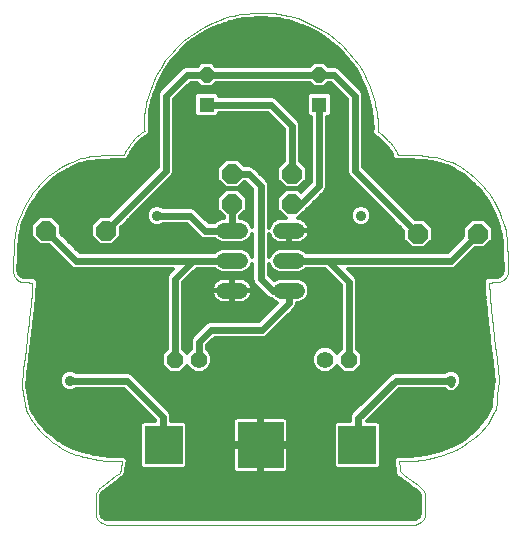
<source format=gbl>
G75*
%MOIN*%
%OFA0B0*%
%FSLAX25Y25*%
%IPPOS*%
%LPD*%
%AMOC8*
5,1,8,0,0,1.08239X$1,22.5*
%
%ADD10C,0.00394*%
%ADD11OC8,0.05600*%
%ADD12C,0.05600*%
%ADD13OC8,0.05150*%
%ADD14R,0.05150X0.05150*%
%ADD15OC8,0.06600*%
%ADD16C,0.05200*%
%ADD17R,0.15354X0.15354*%
%ADD18R,0.12598X0.12598*%
%ADD19C,0.01200*%
%ADD20C,0.03600*%
%ADD21C,0.02400*%
D10*
X0027228Y0036301D02*
X0028907Y0035531D01*
X0030613Y0034956D01*
X0030958Y0034840D01*
X0031373Y0034712D01*
X0031832Y0034579D01*
X0032290Y0034446D01*
X0032790Y0034309D01*
X0033819Y0034039D01*
X0034348Y0033907D01*
X0034862Y0033785D01*
X0035376Y0033664D01*
X0035875Y0033552D01*
X0036332Y0033458D01*
X0036808Y0033360D01*
X0037340Y0033266D01*
X0037897Y0033181D01*
X0038454Y0033095D01*
X0039034Y0033017D01*
X0039608Y0032951D01*
X0040182Y0032884D01*
X0040748Y0032830D01*
X0041276Y0032790D01*
X0041803Y0032751D01*
X0042291Y0032727D01*
X0042709Y0032722D01*
X0042873Y0032720D01*
X0043120Y0032717D01*
X0043366Y0032714D01*
X0043694Y0032709D01*
X0044023Y0032705D01*
X0044352Y0032701D01*
X0044682Y0032697D01*
X0044930Y0032694D01*
X0045178Y0032691D01*
X0045345Y0032689D01*
X0045397Y0032689D01*
X0045444Y0032691D01*
X0045491Y0032694D01*
X0045538Y0032697D01*
X0045586Y0032701D01*
X0045679Y0032712D01*
X0045726Y0032718D01*
X0045773Y0032724D01*
X0045820Y0032731D01*
X0045866Y0032738D01*
X0045913Y0032745D01*
X0045871Y0032516D01*
X0045831Y0032300D01*
X0045755Y0031892D01*
X0045719Y0031700D01*
X0045684Y0031517D01*
X0045649Y0031334D01*
X0045616Y0031160D01*
X0045584Y0030994D01*
X0045551Y0030828D01*
X0045520Y0030670D01*
X0045490Y0030516D01*
X0045410Y0030115D01*
X0045172Y0028910D01*
X0043553Y0027695D01*
X0041934Y0026479D01*
X0040314Y0025264D01*
X0038695Y0024048D01*
X0038448Y0023862D01*
X0038225Y0023650D01*
X0038031Y0023417D01*
X0037838Y0023183D01*
X0037672Y0022929D01*
X0037402Y0022390D01*
X0037299Y0022105D01*
X0037228Y0021810D01*
X0037158Y0021515D01*
X0037122Y0021209D01*
X0037122Y0015012D01*
X0037232Y0014494D01*
X0037631Y0013552D01*
X0037919Y0013128D01*
X0038275Y0012772D01*
X0038631Y0012416D01*
X0039055Y0012127D01*
X0039997Y0011729D01*
X0040515Y0011618D01*
X0143486Y0011618D01*
X0144004Y0011729D01*
X0144946Y0012127D01*
X0145370Y0012416D01*
X0145727Y0012772D01*
X0146083Y0013128D01*
X0146371Y0013552D01*
X0146770Y0014494D01*
X0146880Y0015012D01*
X0146880Y0021158D01*
X0146845Y0021458D01*
X0146776Y0021750D01*
X0146708Y0022041D01*
X0146607Y0022323D01*
X0146476Y0022589D01*
X0146345Y0022856D01*
X0146183Y0023108D01*
X0145805Y0023572D01*
X0145589Y0023783D01*
X0145347Y0023969D01*
X0144462Y0024652D01*
X0144020Y0024994D01*
X0143577Y0025335D01*
X0143329Y0025528D01*
X0143046Y0025745D01*
X0142451Y0026200D01*
X0142138Y0026437D01*
X0141829Y0026671D01*
X0141520Y0026905D01*
X0141215Y0027136D01*
X0140932Y0027348D01*
X0140649Y0027560D01*
X0140388Y0027754D01*
X0140169Y0027916D01*
X0139793Y0028195D01*
X0139416Y0028473D01*
X0138664Y0029031D01*
X0138623Y0029340D01*
X0138501Y0030268D01*
X0138469Y0030505D01*
X0138439Y0030733D01*
X0138409Y0030952D01*
X0138379Y0031172D01*
X0138350Y0031383D01*
X0138321Y0031587D01*
X0138292Y0031792D01*
X0138264Y0031989D01*
X0138236Y0032181D01*
X0138208Y0032373D01*
X0138180Y0032558D01*
X0138152Y0032740D01*
X0138194Y0032734D01*
X0138235Y0032728D01*
X0138318Y0032717D01*
X0138359Y0032711D01*
X0138442Y0032701D01*
X0138483Y0032697D01*
X0138525Y0032694D01*
X0138567Y0032691D01*
X0138610Y0032689D01*
X0141395Y0032689D01*
X0141915Y0032715D01*
X0142480Y0032759D01*
X0143044Y0032804D01*
X0143654Y0032867D01*
X0144272Y0032943D01*
X0144889Y0033018D01*
X0145515Y0033106D01*
X0146110Y0033199D01*
X0146706Y0033292D01*
X0147272Y0033390D01*
X0147771Y0033487D01*
X0150344Y0033982D01*
X0152765Y0034702D01*
X0157261Y0036556D01*
X0159334Y0037691D01*
X0161212Y0039017D01*
X0163089Y0040344D01*
X0164770Y0041862D01*
X0167693Y0045250D01*
X0168936Y0047119D01*
X0169936Y0049148D01*
X0169979Y0049235D01*
X0170022Y0049320D01*
X0170064Y0049402D01*
X0170106Y0049484D01*
X0170147Y0049564D01*
X0170229Y0049720D01*
X0170269Y0049796D01*
X0170308Y0049869D01*
X0170348Y0049943D01*
X0170386Y0050015D01*
X0170423Y0050084D01*
X0170703Y0052420D01*
X0170984Y0054756D01*
X0171264Y0057092D01*
X0171544Y0059428D01*
X0171533Y0059510D01*
X0171515Y0059673D01*
X0171467Y0060125D01*
X0171438Y0060414D01*
X0171404Y0060750D01*
X0171370Y0061085D01*
X0171332Y0061467D01*
X0171292Y0061879D01*
X0171252Y0062290D01*
X0171209Y0062731D01*
X0171165Y0063185D01*
X0171120Y0063656D01*
X0171065Y0064182D01*
X0171005Y0064729D01*
X0170944Y0065276D01*
X0170879Y0065843D01*
X0170812Y0066394D01*
X0170746Y0066946D01*
X0170677Y0067482D01*
X0170546Y0068451D01*
X0170482Y0068884D01*
X0170425Y0069230D01*
X0170381Y0069497D01*
X0170334Y0069810D01*
X0170240Y0070485D01*
X0170193Y0070846D01*
X0170148Y0071207D01*
X0170103Y0071569D01*
X0170061Y0071931D01*
X0169988Y0072609D01*
X0169957Y0072925D01*
X0169935Y0073195D01*
X0169910Y0073500D01*
X0169876Y0073878D01*
X0169835Y0074301D01*
X0169794Y0074724D01*
X0169747Y0075191D01*
X0169696Y0075674D01*
X0169645Y0076157D01*
X0169591Y0076655D01*
X0169537Y0077140D01*
X0169482Y0077624D01*
X0169427Y0078096D01*
X0169375Y0078525D01*
X0169325Y0078939D01*
X0169272Y0079395D01*
X0169219Y0079866D01*
X0169167Y0080336D01*
X0169114Y0080821D01*
X0169065Y0081293D01*
X0169016Y0081764D01*
X0168970Y0082222D01*
X0168930Y0082637D01*
X0168890Y0083053D01*
X0168856Y0083427D01*
X0168831Y0083731D01*
X0168813Y0083952D01*
X0168794Y0084177D01*
X0168773Y0084404D01*
X0168752Y0084631D01*
X0168729Y0084860D01*
X0168704Y0085090D01*
X0168678Y0085320D01*
X0168650Y0085550D01*
X0168618Y0085780D01*
X0168585Y0086010D01*
X0168550Y0086239D01*
X0168509Y0086467D01*
X0168519Y0086467D01*
X0168425Y0087924D01*
X0168332Y0089381D01*
X0168238Y0090839D01*
X0168144Y0092296D01*
X0168772Y0092311D01*
X0169401Y0092325D01*
X0170029Y0092339D01*
X0170657Y0092353D01*
X0170919Y0092359D01*
X0171178Y0092391D01*
X0171683Y0092505D01*
X0171929Y0092586D01*
X0172164Y0092691D01*
X0172399Y0092795D01*
X0172624Y0092922D01*
X0172836Y0093071D01*
X0173047Y0093220D01*
X0173245Y0093390D01*
X0173425Y0093581D01*
X0173605Y0093771D02*
X0173765Y0093978D01*
X0173902Y0094197D01*
X0174040Y0094416D01*
X0174155Y0094648D01*
X0174246Y0094889D01*
X0174338Y0095129D01*
X0174406Y0095379D01*
X0174492Y0095889D01*
X0174510Y0096150D01*
X0174502Y0096412D01*
X0174457Y0097860D01*
X0174367Y0100756D01*
X0174322Y0102204D01*
X0174279Y0103556D01*
X0174240Y0104648D01*
X0174185Y0105583D01*
X0174130Y0106518D01*
X0174060Y0107296D01*
X0173957Y0108019D01*
X0173853Y0108742D01*
X0173717Y0109410D01*
X0173343Y0110843D01*
X0173105Y0111606D01*
X0172798Y0112520D01*
X0172275Y0114077D01*
X0171693Y0115535D01*
X0171042Y0116911D01*
X0170391Y0118287D01*
X0169670Y0119582D01*
X0168066Y0122042D01*
X0167183Y0123208D01*
X0166208Y0124328D01*
X0165232Y0125447D01*
X0164164Y0126520D01*
X0162992Y0127564D01*
X0161603Y0128801D01*
X0160189Y0129859D01*
X0158707Y0130754D01*
X0157225Y0131649D01*
X0155675Y0132381D01*
X0154016Y0132965D01*
X0152356Y0133548D01*
X0150587Y0133983D01*
X0148665Y0134285D01*
X0146744Y0134587D01*
X0144670Y0134755D01*
X0142403Y0134804D01*
X0142152Y0134809D01*
X0141764Y0134817D01*
X0141377Y0134826D01*
X0140853Y0134837D01*
X0139762Y0134860D01*
X0139195Y0134873D01*
X0138246Y0134893D01*
X0137865Y0134901D01*
X0137692Y0134904D01*
X0137530Y0135373D01*
X0137342Y0135809D01*
X0137122Y0136229D01*
X0136902Y0136649D01*
X0136650Y0137052D01*
X0136361Y0137453D01*
X0136073Y0137854D01*
X0135748Y0138252D01*
X0135382Y0138663D01*
X0135015Y0139074D01*
X0134608Y0139497D01*
X0134154Y0139948D01*
X0134101Y0140000D01*
X0134050Y0140052D01*
X0134000Y0140102D01*
X0133950Y0140153D01*
X0133902Y0140203D01*
X0133854Y0140252D01*
X0133807Y0140301D01*
X0133761Y0140349D01*
X0133715Y0140396D01*
X0133670Y0140443D01*
X0133626Y0140489D01*
X0133583Y0140535D01*
X0133373Y0140754D01*
X0133168Y0140960D01*
X0132760Y0141350D01*
X0132557Y0141534D01*
X0132351Y0141706D01*
X0132146Y0141879D01*
X0131939Y0142041D01*
X0131514Y0142344D01*
X0131296Y0142485D01*
X0131070Y0142617D01*
X0131108Y0142743D01*
X0131141Y0142870D01*
X0131193Y0143127D01*
X0131213Y0143257D01*
X0131226Y0143387D01*
X0131240Y0143518D01*
X0131246Y0143650D01*
X0131246Y0143782D01*
X0131246Y0143915D01*
X0131239Y0144048D01*
X0131225Y0144181D01*
X0131166Y0144738D01*
X0131107Y0145296D01*
X0131047Y0145854D01*
X0130988Y0146412D01*
X0130839Y0147817D01*
X0130676Y0149070D01*
X0130483Y0150227D01*
X0130291Y0151383D01*
X0130069Y0152443D01*
X0129805Y0153462D01*
X0129540Y0154481D01*
X0129232Y0155459D01*
X0128867Y0156452D01*
X0128501Y0157444D01*
X0128078Y0158452D01*
X0127582Y0159529D01*
X0126350Y0162205D01*
X0124834Y0164703D01*
X0121311Y0169280D01*
X0119303Y0171358D01*
X0117087Y0173196D01*
X0114871Y0175034D01*
X0112447Y0176631D01*
X0109853Y0177956D01*
X0107259Y0179281D01*
X0104494Y0180333D01*
X0101597Y0181081D01*
X0100746Y0181301D01*
X0100006Y0181476D01*
X0099304Y0181616D01*
X0098602Y0181756D01*
X0097938Y0181861D01*
X0096536Y0182015D01*
X0095799Y0182065D01*
X0094951Y0182095D01*
X0094103Y0182125D01*
X0093144Y0182136D01*
X0090593Y0182136D01*
X0089357Y0182106D01*
X0087077Y0181961D01*
X0086033Y0181845D01*
X0085010Y0181675D01*
X0083987Y0181505D01*
X0082985Y0181279D01*
X0081929Y0180986D01*
X0080873Y0180693D01*
X0079764Y0180333D01*
X0078527Y0179892D01*
X0075787Y0178917D01*
X0073184Y0177630D01*
X0068342Y0174521D01*
X0066104Y0172699D01*
X0064091Y0170656D01*
X0062079Y0168612D01*
X0060294Y0166347D01*
X0058779Y0163905D01*
X0057264Y0161463D01*
X0056021Y0158844D01*
X0055093Y0156093D01*
X0054754Y0155088D01*
X0054467Y0154159D01*
X0054226Y0153280D01*
X0053986Y0152401D01*
X0053793Y0151573D01*
X0053492Y0149969D01*
X0053383Y0149192D01*
X0053312Y0148417D01*
X0053242Y0147641D01*
X0053209Y0146867D01*
X0053209Y0143675D01*
X0053213Y0143586D01*
X0053227Y0143412D01*
X0053238Y0143325D01*
X0053252Y0143240D01*
X0053265Y0143154D01*
X0053281Y0143070D01*
X0053300Y0142986D01*
X0053318Y0142902D01*
X0053339Y0142819D01*
X0053361Y0142737D01*
X0052643Y0142331D01*
X0051934Y0141833D01*
X0050574Y0140701D01*
X0049924Y0140066D01*
X0049323Y0139385D01*
X0048723Y0138705D01*
X0048173Y0137979D01*
X0047694Y0137231D01*
X0047214Y0136483D01*
X0046806Y0135713D01*
X0046488Y0134943D01*
X0046482Y0134943D01*
X0046477Y0134944D01*
X0046471Y0134944D01*
X0046466Y0134945D01*
X0046460Y0134946D01*
X0046455Y0134946D01*
X0046449Y0134947D01*
X0046443Y0134948D01*
X0046438Y0134949D01*
X0046432Y0134949D01*
X0046427Y0134949D01*
X0046408Y0134949D01*
X0046063Y0134936D01*
X0045040Y0134897D01*
X0044364Y0134871D01*
X0043014Y0134819D01*
X0042341Y0134792D01*
X0041331Y0134753D01*
X0040996Y0134740D01*
X0039350Y0134676D01*
X0037935Y0134586D01*
X0035398Y0134319D01*
X0034277Y0134140D01*
X0033217Y0133898D01*
X0032157Y0133657D01*
X0031160Y0133351D01*
X0030141Y0132963D01*
X0029122Y0132575D01*
X0028081Y0132103D01*
X0026934Y0131530D01*
X0025445Y0130786D01*
X0023992Y0129863D01*
X0021211Y0127720D01*
X0019884Y0126499D01*
X0018648Y0125158D01*
X0017411Y0123818D01*
X0016265Y0122358D01*
X0015236Y0120808D01*
X0014208Y0119258D01*
X0013297Y0117619D01*
X0012532Y0115919D01*
X0012022Y0114788D01*
X0011605Y0113770D01*
X0010920Y0111780D01*
X0010652Y0110808D01*
X0010441Y0109771D01*
X0010229Y0108734D01*
X0010073Y0107630D01*
X0009956Y0106372D01*
X0009838Y0105114D01*
X0009759Y0103701D01*
X0009699Y0102044D01*
X0009648Y0100641D01*
X0009548Y0097834D01*
X0009497Y0096430D01*
X0009488Y0096167D01*
X0009505Y0095906D01*
X0009547Y0095650D01*
X0009590Y0095394D01*
X0009657Y0095143D01*
X0009748Y0094901D01*
X0009839Y0094660D01*
X0009954Y0094427D01*
X0010228Y0093987D01*
X0010388Y0093779D01*
X0010568Y0093587D01*
X0010749Y0093396D01*
X0010947Y0093225D01*
X0011370Y0092925D01*
X0011596Y0092797D01*
X0012067Y0092588D01*
X0012314Y0092506D01*
X0012567Y0092449D01*
X0012820Y0092392D01*
X0013080Y0092359D01*
X0013343Y0092353D01*
X0013997Y0092338D01*
X0014651Y0092323D01*
X0015306Y0092309D01*
X0015960Y0092294D01*
X0015791Y0089382D01*
X0015707Y0087926D01*
X0015622Y0086471D01*
X0015607Y0086321D01*
X0015589Y0086146D01*
X0015569Y0085951D01*
X0015548Y0085755D01*
X0015525Y0085538D01*
X0015499Y0085303D01*
X0015473Y0085068D01*
X0015445Y0084814D01*
X0015414Y0084546D01*
X0015384Y0084277D01*
X0015351Y0083993D01*
X0015316Y0083697D01*
X0015260Y0083226D01*
X0015082Y0081732D01*
X0014960Y0080709D01*
X0014696Y0078497D01*
X0014555Y0077308D01*
X0014425Y0076231D01*
X0014296Y0075153D01*
X0014180Y0074188D01*
X0014100Y0073527D01*
X0013695Y0070179D01*
X0013390Y0067585D01*
X0013161Y0065569D01*
X0012931Y0063553D01*
X0012778Y0062116D01*
X0012675Y0061085D01*
X0012572Y0060053D01*
X0012520Y0059426D01*
X0012493Y0059029D01*
X0012466Y0058633D01*
X0012465Y0058467D01*
X0012464Y0058358D01*
X0012462Y0058112D01*
X0012459Y0057866D01*
X0012457Y0057620D01*
X0012455Y0057374D01*
X0012791Y0055490D01*
X0013127Y0053605D01*
X0013462Y0051721D01*
X0013798Y0049836D01*
X0013841Y0049756D01*
X0013885Y0049674D01*
X0013930Y0049590D01*
X0013975Y0049506D01*
X0014021Y0049420D01*
X0014067Y0049331D01*
X0014114Y0049242D01*
X0014162Y0049151D01*
X0014258Y0048965D01*
X0014307Y0048869D01*
X0014356Y0048771D01*
X0015119Y0047248D01*
X0016090Y0045767D01*
X0017224Y0044366D01*
X0018358Y0042966D01*
X0019655Y0041645D01*
X0021069Y0040442D01*
X0022484Y0039240D01*
X0024017Y0038156D01*
X0025623Y0037229D01*
X0027228Y0036301D01*
D11*
X0063500Y0066600D03*
X0121500Y0066600D03*
D12*
X0113500Y0066600D03*
X0071500Y0066600D03*
D13*
X0074000Y0161600D03*
X0111500Y0161600D03*
D14*
X0111500Y0151600D03*
X0074000Y0151600D03*
D15*
X0082500Y0128600D03*
X0082500Y0118600D03*
X0102500Y0118600D03*
X0102500Y0128600D03*
X0144500Y0108600D03*
X0164500Y0108600D03*
X0040500Y0109600D03*
X0020500Y0109600D03*
D16*
X0079900Y0109600D02*
X0085100Y0109600D01*
X0085100Y0099600D02*
X0079900Y0099600D01*
X0079900Y0089600D02*
X0085100Y0089600D01*
X0098900Y0089600D02*
X0104100Y0089600D01*
X0104100Y0099600D02*
X0098900Y0099600D01*
X0098900Y0109600D02*
X0104100Y0109600D01*
D17*
X0092000Y0038100D03*
D18*
X0059717Y0038100D03*
X0124283Y0038100D03*
D19*
X0132183Y0037555D02*
X0154971Y0037555D01*
X0156484Y0038180D02*
X0152165Y0036398D01*
X0149917Y0035730D01*
X0148161Y0035392D01*
X0148160Y0035392D01*
X0147421Y0035249D01*
X0146925Y0035153D01*
X0146414Y0035065D01*
X0146005Y0035001D01*
X0145251Y0034884D01*
X0144657Y0034800D01*
X0143930Y0034711D01*
X0143451Y0034653D01*
X0142881Y0034594D01*
X0142095Y0034531D01*
X0141799Y0034508D01*
X0141351Y0034486D01*
X0138811Y0034486D01*
X0138617Y0034628D01*
X0138143Y0034556D01*
X0137707Y0034617D01*
X0137697Y0034610D01*
X0137643Y0034616D01*
X0137422Y0034446D01*
X0137146Y0034404D01*
X0136854Y0034007D01*
X0136465Y0033706D01*
X0136429Y0033429D01*
X0136264Y0033204D01*
X0136338Y0032718D01*
X0136276Y0032230D01*
X0136445Y0032011D01*
X0136484Y0031745D01*
X0136486Y0031732D01*
X0136513Y0031541D01*
X0136542Y0031333D01*
X0136571Y0031131D01*
X0136598Y0030934D01*
X0136645Y0030589D01*
X0136659Y0030488D01*
X0136688Y0030268D01*
X0136719Y0030033D01*
X0136787Y0029516D01*
X0136777Y0029502D01*
X0136884Y0028781D01*
X0136980Y0028058D01*
X0136994Y0028047D01*
X0136996Y0028030D01*
X0137582Y0027596D01*
X0138161Y0027152D01*
X0138178Y0027154D01*
X0138502Y0026914D01*
X0138503Y0026913D01*
X0139089Y0026480D01*
X0139322Y0026308D01*
X0139388Y0026259D01*
X0139573Y0026121D01*
X0139786Y0025961D01*
X0140136Y0025698D01*
X0140435Y0025473D01*
X0141054Y0025005D01*
X0141361Y0024771D01*
X0141954Y0024318D01*
X0142072Y0024227D01*
X0142476Y0023915D01*
X0143066Y0023459D01*
X0143068Y0023459D01*
X0143651Y0023008D01*
X0143661Y0023001D01*
X0143661Y0023001D01*
X0144246Y0022550D01*
X0144409Y0022424D01*
X0144477Y0022357D01*
X0144726Y0022052D01*
X0144777Y0021972D01*
X0144930Y0021661D01*
X0144950Y0021620D01*
X0144982Y0021531D01*
X0145015Y0021390D01*
X0145072Y0021147D01*
X0145083Y0021052D01*
X0145083Y0015201D01*
X0145048Y0015036D01*
X0144786Y0014416D01*
X0144692Y0014279D01*
X0144454Y0014040D01*
X0144220Y0013806D01*
X0144083Y0013713D01*
X0143462Y0013450D01*
X0143297Y0013415D01*
X0040704Y0013415D01*
X0040539Y0013450D01*
X0039919Y0013713D01*
X0039782Y0013806D01*
X0039433Y0014155D01*
X0039310Y0014278D01*
X0039216Y0014416D01*
X0038954Y0015036D01*
X0038919Y0015201D01*
X0038919Y0021103D01*
X0038930Y0021199D01*
X0038966Y0021350D01*
X0039023Y0021588D01*
X0039056Y0021679D01*
X0039233Y0022034D01*
X0039286Y0022115D01*
X0039431Y0022290D01*
X0039541Y0022422D01*
X0039611Y0022489D01*
X0039775Y0022612D01*
X0040369Y0023057D01*
X0040369Y0023058D01*
X0041988Y0024273D01*
X0041988Y0024273D01*
X0043608Y0025489D01*
X0044037Y0025811D01*
X0046212Y0027444D01*
X0046790Y0027832D01*
X0046801Y0027887D01*
X0046846Y0027920D01*
X0046944Y0028609D01*
X0047029Y0029036D01*
X0047139Y0029592D01*
X0047140Y0029593D01*
X0047172Y0029754D01*
X0047173Y0029755D01*
X0047206Y0029921D01*
X0047238Y0030089D01*
X0047240Y0030090D01*
X0047274Y0030266D01*
X0047275Y0030267D01*
X0047345Y0030635D01*
X0047347Y0030636D01*
X0047373Y0030774D01*
X0047384Y0030830D01*
X0047385Y0030831D01*
X0047395Y0030884D01*
X0047428Y0031050D01*
X0047426Y0031052D01*
X0047458Y0031213D01*
X0047457Y0031214D01*
X0047462Y0031241D01*
X0047462Y0031241D01*
X0047473Y0031298D01*
X0047489Y0031383D01*
X0047522Y0031549D01*
X0047521Y0031550D01*
X0047523Y0031564D01*
X0047554Y0031726D01*
X0047553Y0031727D01*
X0047555Y0031738D01*
X0047607Y0032010D01*
X0047799Y0032267D01*
X0047734Y0032709D01*
X0047773Y0032920D01*
X0047773Y0032921D01*
X0047815Y0033152D01*
X0047631Y0033419D01*
X0047584Y0033740D01*
X0047224Y0034008D01*
X0046970Y0034377D01*
X0046651Y0034436D01*
X0046390Y0034630D01*
X0046342Y0034623D01*
X0046341Y0034624D01*
X0045945Y0034566D01*
X0045506Y0034646D01*
X0045275Y0034487D01*
X0045210Y0034488D01*
X0044471Y0034497D01*
X0044461Y0034497D01*
X0043858Y0034504D01*
X0043640Y0034507D01*
X0043640Y0034507D01*
X0043476Y0034509D01*
X0043475Y0034509D01*
X0042790Y0034518D01*
X0042398Y0034523D01*
X0042398Y0034523D01*
X0042344Y0034523D01*
X0041915Y0034544D01*
X0041264Y0034593D01*
X0040901Y0034620D01*
X0040371Y0034671D01*
X0039737Y0034744D01*
X0039257Y0034800D01*
X0038710Y0034873D01*
X0037633Y0035039D01*
X0037146Y0035125D01*
X0036710Y0035215D01*
X0036251Y0035309D01*
X0035779Y0035415D01*
X0034773Y0035653D01*
X0034265Y0035780D01*
X0033256Y0036044D01*
X0032778Y0036175D01*
X0032632Y0036218D01*
X0031887Y0036433D01*
X0031509Y0036550D01*
X0031190Y0036657D01*
X0029570Y0037203D01*
X0028054Y0037899D01*
X0025877Y0039157D01*
X0025877Y0039157D01*
X0024987Y0039671D01*
X0023587Y0040661D01*
X0022800Y0041330D01*
X0020880Y0042961D01*
X0019700Y0044163D01*
X0018152Y0046075D01*
X0017543Y0046828D01*
X0016679Y0048146D01*
X0016295Y0048911D01*
X0016296Y0048912D01*
X0016243Y0049016D01*
X0016246Y0049022D01*
X0016194Y0049122D01*
X0016196Y0049127D01*
X0016097Y0049319D01*
X0016099Y0049324D01*
X0016050Y0049418D01*
X0016051Y0049421D01*
X0016004Y0049510D01*
X0016004Y0049510D01*
X0015956Y0049602D01*
X0015957Y0049606D01*
X0015910Y0049694D01*
X0015910Y0049696D01*
X0015866Y0049780D01*
X0015820Y0049866D01*
X0015820Y0049868D01*
X0015760Y0049981D01*
X0015629Y0050242D01*
X0015628Y0050242D01*
X0015579Y0050340D01*
X0015573Y0050342D01*
X0015521Y0050444D01*
X0015516Y0050446D01*
X0015514Y0050449D01*
X0015101Y0052769D01*
X0014903Y0053882D01*
X0014690Y0055072D01*
X0014685Y0055103D01*
X0014429Y0056538D01*
X0014253Y0057525D01*
X0014254Y0057579D01*
X0014254Y0057599D01*
X0014255Y0057600D01*
X0014260Y0058311D01*
X0014261Y0058348D01*
X0014261Y0058348D01*
X0014263Y0058569D01*
X0014278Y0058798D01*
X0014311Y0059290D01*
X0014361Y0059889D01*
X0014389Y0060166D01*
X0014451Y0060784D01*
X0014537Y0061647D01*
X0014565Y0061931D01*
X0014717Y0063356D01*
X0015024Y0066056D01*
X0015174Y0067376D01*
X0015479Y0069967D01*
X0015875Y0073233D01*
X0015876Y0073234D01*
X0015964Y0073973D01*
X0015992Y0074201D01*
X0015995Y0074224D01*
X0016054Y0074710D01*
X0016053Y0074711D01*
X0016081Y0074940D01*
X0016169Y0075678D01*
X0016169Y0075678D01*
X0016249Y0076348D01*
X0016250Y0076356D01*
X0016250Y0076356D01*
X0016338Y0077093D01*
X0016427Y0077833D01*
X0016427Y0077834D01*
X0016480Y0078277D01*
X0016569Y0079023D01*
X0016656Y0079757D01*
X0016657Y0079757D01*
X0016742Y0080475D01*
X0016833Y0081235D01*
X0016833Y0081235D01*
X0016885Y0081672D01*
X0016955Y0082259D01*
X0016955Y0082259D01*
X0016956Y0082275D01*
X0016957Y0082275D01*
X0017013Y0082747D01*
X0017014Y0082748D01*
X0017049Y0083046D01*
X0017050Y0083047D01*
X0017084Y0083333D01*
X0017085Y0083334D01*
X0017140Y0083819D01*
X0017147Y0083874D01*
X0017148Y0083875D01*
X0017167Y0084048D01*
X0017177Y0084131D01*
X0017178Y0084132D01*
X0017188Y0084222D01*
X0017188Y0084224D01*
X0017200Y0084330D01*
X0017223Y0084522D01*
X0017221Y0084524D01*
X0017222Y0084530D01*
X0017230Y0084605D01*
X0017232Y0084606D01*
X0017247Y0084749D01*
X0017254Y0084810D01*
X0017254Y0084811D01*
X0017255Y0084825D01*
X0017257Y0084827D01*
X0017287Y0085111D01*
X0017300Y0085221D01*
X0017301Y0085222D01*
X0017310Y0085311D01*
X0017314Y0085351D01*
X0017319Y0085400D01*
X0017321Y0085402D01*
X0017341Y0085595D01*
X0017373Y0085623D01*
X0017410Y0086264D01*
X0017414Y0086303D01*
X0017413Y0086305D01*
X0017434Y0086503D01*
X0017454Y0086698D01*
X0017452Y0086700D01*
X0017471Y0086877D01*
X0017469Y0086880D01*
X0017484Y0087033D01*
X0017457Y0087066D01*
X0017457Y0087079D01*
X0017542Y0088535D01*
X0017713Y0091484D01*
X0017740Y0091509D01*
X0017756Y0092221D01*
X0017797Y0092933D01*
X0017772Y0092961D01*
X0017773Y0092997D01*
X0017281Y0093512D01*
X0016807Y0094045D01*
X0016770Y0094047D01*
X0016745Y0094074D01*
X0016090Y0094088D01*
X0016032Y0094090D01*
X0015321Y0094131D01*
X0015293Y0094106D01*
X0014681Y0094120D01*
X0013948Y0094137D01*
X0013948Y0094137D01*
X0013386Y0094149D01*
X0013212Y0094153D01*
X0013129Y0094164D01*
X0013056Y0094180D01*
X0012796Y0094239D01*
X0012717Y0094265D01*
X0012407Y0094403D01*
X0012335Y0094444D01*
X0012056Y0094641D01*
X0011993Y0094695D01*
X0011867Y0094829D01*
X0011757Y0094946D01*
X0011706Y0095012D01*
X0011526Y0095301D01*
X0011489Y0095375D01*
X0011487Y0095380D01*
X0011369Y0095694D01*
X0011348Y0095773D01*
X0011292Y0096111D01*
X0011287Y0096194D01*
X0011294Y0096377D01*
X0011317Y0097025D01*
X0011417Y0099832D01*
X0011496Y0102007D01*
X0011554Y0103618D01*
X0011630Y0104980D01*
X0011675Y0105464D01*
X0011858Y0107421D01*
X0012000Y0108428D01*
X0012052Y0108682D01*
X0012052Y0108682D01*
X0012401Y0110389D01*
X0012638Y0111248D01*
X0013287Y0113136D01*
X0013673Y0114078D01*
X0013864Y0114502D01*
X0013864Y0114502D01*
X0014175Y0115192D01*
X0014476Y0115859D01*
X0014475Y0115859D01*
X0014905Y0116812D01*
X0015744Y0118324D01*
X0016322Y0119194D01*
X0017722Y0121304D01*
X0018780Y0122652D01*
X0019464Y0123393D01*
X0019737Y0123689D01*
X0020473Y0124487D01*
X0021155Y0125226D01*
X0022371Y0126345D01*
X0025024Y0128390D01*
X0026330Y0129220D01*
X0027071Y0129590D01*
X0027071Y0129590D01*
X0027707Y0129908D01*
X0028403Y0130255D01*
X0028403Y0130255D01*
X0028853Y0130481D01*
X0029813Y0130915D01*
X0030085Y0131019D01*
X0031744Y0131651D01*
X0032621Y0131919D01*
X0033247Y0132062D01*
X0034618Y0132375D01*
X0035634Y0132537D01*
X0038086Y0132795D01*
X0039442Y0132881D01*
X0041053Y0132944D01*
X0041349Y0132955D01*
X0042530Y0133001D01*
X0043085Y0133023D01*
X0044425Y0133075D01*
X0045111Y0133102D01*
X0046123Y0133141D01*
X0046144Y0133141D01*
X0046491Y0132998D01*
X0046721Y0133094D01*
X0046939Y0133063D01*
X0046939Y0133063D01*
X0046951Y0133061D01*
X0046975Y0133079D01*
X0047010Y0133075D01*
X0047010Y0133076D01*
X0047016Y0133075D01*
X0047041Y0133095D01*
X0047079Y0133092D01*
X0047129Y0133135D01*
X0047201Y0133134D01*
X0047492Y0133415D01*
X0047865Y0133570D01*
X0047973Y0133830D01*
X0048140Y0133956D01*
X0048143Y0133974D01*
X0048179Y0134003D01*
X0048182Y0134030D01*
X0048213Y0134056D01*
X0048218Y0134116D01*
X0048272Y0134168D01*
X0048279Y0134572D01*
X0048434Y0134947D01*
X0048767Y0135576D01*
X0049608Y0136888D01*
X0049608Y0136888D01*
X0049648Y0136950D01*
X0050115Y0137566D01*
X0050178Y0137639D01*
X0050178Y0137639D01*
X0051144Y0138733D01*
X0051163Y0138755D01*
X0051227Y0138827D01*
X0051778Y0139365D01*
X0053027Y0140405D01*
X0053603Y0140810D01*
X0054050Y0141062D01*
X0054551Y0141198D01*
X0054675Y0141415D01*
X0054894Y0141539D01*
X0055032Y0142039D01*
X0055291Y0142490D01*
X0055225Y0142732D01*
X0055292Y0142973D01*
X0055047Y0143406D01*
X0055041Y0143434D01*
X0055035Y0143464D01*
X0055024Y0143537D01*
X0055018Y0143576D01*
X0055015Y0143597D01*
X0055006Y0143701D01*
X0055006Y0143715D01*
X0055006Y0146828D01*
X0055035Y0147521D01*
X0055092Y0148141D01*
X0055169Y0148986D01*
X0055265Y0149678D01*
X0055552Y0151203D01*
X0055728Y0151960D01*
X0055916Y0152647D01*
X0056192Y0153657D01*
X0056464Y0154536D01*
X0056791Y0155506D01*
X0057689Y0158169D01*
X0058844Y0160601D01*
X0059914Y0162325D01*
X0061767Y0165314D01*
X0063429Y0167422D01*
X0064850Y0168865D01*
X0067314Y0171368D01*
X0069398Y0173063D01*
X0074070Y0176064D01*
X0076488Y0177260D01*
X0078428Y0177950D01*
X0078428Y0177950D01*
X0079266Y0178248D01*
X0079830Y0178449D01*
X0079830Y0178449D01*
X0080343Y0178632D01*
X0081392Y0178972D01*
X0081692Y0179056D01*
X0082482Y0179275D01*
X0083127Y0179454D01*
X0083422Y0179536D01*
X0084332Y0179741D01*
X0084947Y0179843D01*
X0086279Y0180065D01*
X0087233Y0180170D01*
X0089436Y0180311D01*
X0090615Y0180340D01*
X0093134Y0180340D01*
X0094060Y0180329D01*
X0094143Y0180326D01*
X0094143Y0180326D01*
X0094767Y0180304D01*
X0095631Y0180273D01*
X0095707Y0180270D01*
X0096378Y0180225D01*
X0097700Y0180079D01*
X0098286Y0179987D01*
X0099418Y0179761D01*
X0099622Y0179721D01*
X0100314Y0179556D01*
X0101149Y0179341D01*
X0103948Y0178618D01*
X0106528Y0177636D01*
X0108373Y0176694D01*
X0111542Y0175076D01*
X0113800Y0173588D01*
X0115367Y0172289D01*
X0115367Y0172289D01*
X0118080Y0170039D01*
X0119948Y0168104D01*
X0123350Y0163685D01*
X0124761Y0161360D01*
X0125951Y0158776D01*
X0126433Y0157728D01*
X0126829Y0156785D01*
X0127122Y0155988D01*
X0127531Y0154878D01*
X0127813Y0153985D01*
X0128253Y0152290D01*
X0128319Y0152033D01*
X0128524Y0151052D01*
X0128589Y0150666D01*
X0128898Y0148806D01*
X0129054Y0147606D01*
X0129123Y0146962D01*
X0129122Y0146962D01*
X0129182Y0146404D01*
X0129200Y0146229D01*
X0129279Y0145482D01*
X0129280Y0145482D01*
X0129300Y0145289D01*
X0129439Y0143989D01*
X0129447Y0143906D01*
X0129449Y0143868D01*
X0129450Y0143696D01*
X0129447Y0143657D01*
X0129435Y0143538D01*
X0129430Y0143484D01*
X0129423Y0143442D01*
X0129398Y0143318D01*
X0129143Y0142882D01*
X0129203Y0142654D01*
X0129134Y0142429D01*
X0129385Y0141958D01*
X0129521Y0141442D01*
X0129724Y0141323D01*
X0129834Y0141116D01*
X0130345Y0140960D01*
X0130352Y0140956D01*
X0130502Y0140858D01*
X0130864Y0140600D01*
X0131015Y0140482D01*
X0131376Y0140179D01*
X0131537Y0140033D01*
X0131910Y0139677D01*
X0131999Y0139588D01*
X0131999Y0139585D01*
X0132095Y0139485D01*
X0132095Y0139482D01*
X0132147Y0139429D01*
X0132147Y0139425D01*
X0132197Y0139374D01*
X0132249Y0139320D01*
X0132249Y0139316D01*
X0132304Y0139261D01*
X0132304Y0139256D01*
X0132360Y0139200D01*
X0132360Y0139196D01*
X0132678Y0138880D01*
X0132841Y0138710D01*
X0132886Y0138663D01*
X0132888Y0138663D01*
X0132901Y0138650D01*
X0132980Y0138568D01*
X0132981Y0138568D01*
X0133029Y0138518D01*
X0133032Y0138518D01*
X0133129Y0138418D01*
X0133132Y0138418D01*
X0133183Y0138366D01*
X0133187Y0138366D01*
X0133240Y0138312D01*
X0133290Y0138262D01*
X0133294Y0138262D01*
X0133348Y0138207D01*
X0133353Y0138207D01*
X0133409Y0138151D01*
X0133410Y0138151D01*
X0133697Y0137853D01*
X0134018Y0137492D01*
X0134381Y0137085D01*
X0134646Y0136760D01*
X0135040Y0136212D01*
X0135157Y0136050D01*
X0135342Y0135754D01*
X0135719Y0135035D01*
X0135854Y0134723D01*
X0135889Y0134621D01*
X0135880Y0134198D01*
X0136122Y0133945D01*
X0136236Y0133615D01*
X0136617Y0133429D01*
X0136911Y0133123D01*
X0137260Y0133116D01*
X0137575Y0132963D01*
X0137975Y0133101D01*
X0138251Y0133095D01*
X0139079Y0133078D01*
X0139700Y0133064D01*
X0140898Y0133039D01*
X0140982Y0133037D01*
X0141893Y0133017D01*
X0142406Y0133006D01*
X0144578Y0132959D01*
X0146532Y0132801D01*
X0149122Y0132394D01*
X0149122Y0132394D01*
X0150232Y0132220D01*
X0151842Y0131824D01*
X0152718Y0131516D01*
X0153955Y0131081D01*
X0154122Y0131023D01*
X0154992Y0130717D01*
X0156375Y0130064D01*
X0157141Y0129601D01*
X0157141Y0129601D01*
X0159184Y0128367D01*
X0160466Y0127408D01*
X0161810Y0126210D01*
X0162929Y0125214D01*
X0163917Y0124222D01*
X0164364Y0123709D01*
X0164364Y0123709D01*
X0165788Y0122075D01*
X0166596Y0121008D01*
X0168131Y0118653D01*
X0168792Y0117465D01*
X0169736Y0115470D01*
X0169736Y0115470D01*
X0170045Y0114817D01*
X0170587Y0113458D01*
X0171094Y0111953D01*
X0171395Y0111053D01*
X0171615Y0110348D01*
X0171966Y0109003D01*
X0172082Y0108435D01*
X0172211Y0107535D01*
X0172275Y0107087D01*
X0172338Y0106384D01*
X0172348Y0106220D01*
X0172397Y0105383D01*
X0172435Y0104734D01*
X0172445Y0104562D01*
X0172484Y0103496D01*
X0172502Y0102892D01*
X0172522Y0102270D01*
X0172549Y0101404D01*
X0172678Y0097267D01*
X0172705Y0096381D01*
X0172711Y0096184D01*
X0172705Y0096102D01*
X0172649Y0095765D01*
X0172627Y0095686D01*
X0172573Y0095543D01*
X0172506Y0095369D01*
X0172470Y0095295D01*
X0172431Y0095233D01*
X0172289Y0095006D01*
X0172237Y0094940D01*
X0172003Y0094692D01*
X0171940Y0094638D01*
X0171853Y0094576D01*
X0171662Y0094442D01*
X0171591Y0094402D01*
X0171410Y0094322D01*
X0171280Y0094264D01*
X0171202Y0094238D01*
X0170870Y0094164D01*
X0170787Y0094153D01*
X0170640Y0094150D01*
X0169897Y0094133D01*
X0169476Y0094124D01*
X0168805Y0094109D01*
X0168772Y0094137D01*
X0168067Y0094092D01*
X0167988Y0094090D01*
X0167360Y0094076D01*
X0167330Y0094045D01*
X0167287Y0094042D01*
X0166820Y0093511D01*
X0166331Y0093000D01*
X0166332Y0092956D01*
X0166304Y0092924D01*
X0166349Y0092219D01*
X0166365Y0091512D01*
X0166396Y0091482D01*
X0166397Y0091466D01*
X0166452Y0090619D01*
X0166493Y0089981D01*
X0166584Y0088552D01*
X0166685Y0086991D01*
X0166609Y0086883D01*
X0166712Y0086307D01*
X0166712Y0085722D01*
X0166770Y0085665D01*
X0166773Y0085609D01*
X0166835Y0085555D01*
X0166838Y0085533D01*
X0166868Y0085315D01*
X0166893Y0085111D01*
X0166942Y0084673D01*
X0166963Y0084462D01*
X0166977Y0084312D01*
X0167004Y0084017D01*
X0167004Y0084013D01*
X0166999Y0084006D01*
X0167034Y0083627D01*
X0167030Y0083622D01*
X0167070Y0083206D01*
X0167078Y0083124D01*
X0167125Y0082539D01*
X0167132Y0082533D01*
X0167135Y0082508D01*
X0167152Y0082319D01*
X0167151Y0082318D01*
X0167157Y0082257D01*
X0167167Y0082150D01*
X0167169Y0082149D01*
X0167200Y0081846D01*
X0167202Y0081834D01*
X0167212Y0081725D01*
X0167252Y0081309D01*
X0167254Y0081307D01*
X0167274Y0081122D01*
X0167299Y0080877D01*
X0167298Y0080876D01*
X0167354Y0080379D01*
X0167355Y0080366D01*
X0167355Y0080366D01*
X0167404Y0079894D01*
X0167405Y0079894D01*
X0167433Y0079652D01*
X0167454Y0079464D01*
X0167451Y0079461D01*
X0167502Y0079047D01*
X0167501Y0079047D01*
X0167518Y0078907D01*
X0167569Y0078456D01*
X0167572Y0078453D01*
X0167626Y0077993D01*
X0167630Y0077989D01*
X0167646Y0077859D01*
X0167697Y0077422D01*
X0167740Y0077039D01*
X0167806Y0076454D01*
X0167859Y0075963D01*
X0167960Y0075006D01*
X0168006Y0074548D01*
X0168038Y0074218D01*
X0168087Y0073709D01*
X0168106Y0073502D01*
X0168097Y0073491D01*
X0168129Y0073165D01*
X0168122Y0073157D01*
X0168176Y0072656D01*
X0168192Y0072464D01*
X0168191Y0072463D01*
X0168195Y0072429D01*
X0168204Y0072308D01*
X0168206Y0072306D01*
X0168228Y0072035D01*
X0168236Y0072028D01*
X0168254Y0071886D01*
X0168272Y0071693D01*
X0168278Y0071689D01*
X0168294Y0071554D01*
X0168316Y0071353D01*
X0168314Y0071350D01*
X0168326Y0071258D01*
X0168354Y0070999D01*
X0168361Y0070993D01*
X0168362Y0070987D01*
X0168363Y0070980D01*
X0168357Y0070973D01*
X0168393Y0070718D01*
X0168404Y0070622D01*
X0168407Y0070620D01*
X0168435Y0070420D01*
X0168451Y0070286D01*
X0168447Y0070281D01*
X0168475Y0070090D01*
X0168493Y0069948D01*
X0168487Y0069940D01*
X0168531Y0069672D01*
X0168530Y0069671D01*
X0168549Y0069557D01*
X0168555Y0069513D01*
X0168557Y0069512D01*
X0168587Y0069331D01*
X0168658Y0068825D01*
X0168666Y0068819D01*
X0168714Y0068495D01*
X0168724Y0068487D01*
X0168766Y0068200D01*
X0168896Y0067246D01*
X0168962Y0066725D01*
X0169011Y0066320D01*
X0169095Y0065631D01*
X0169159Y0065077D01*
X0169238Y0064358D01*
X0169278Y0063989D01*
X0169332Y0063475D01*
X0169349Y0063299D01*
X0169349Y0063299D01*
X0169392Y0062857D01*
X0169391Y0062856D01*
X0169446Y0062298D01*
X0169471Y0062031D01*
X0169484Y0061899D01*
X0169492Y0061818D01*
X0169492Y0061818D01*
X0169506Y0061677D01*
X0169509Y0061648D01*
X0169508Y0061646D01*
X0169542Y0061311D01*
X0169542Y0061311D01*
X0169567Y0061062D01*
X0169575Y0060973D01*
X0169574Y0060972D01*
X0169602Y0060704D01*
X0169604Y0060679D01*
X0169602Y0060676D01*
X0169650Y0060226D01*
X0169650Y0060218D01*
X0169646Y0060213D01*
X0169667Y0060030D01*
X0169654Y0060014D01*
X0169733Y0059417D01*
X0169568Y0058045D01*
X0169288Y0055709D01*
X0168870Y0052220D01*
X0168684Y0050673D01*
X0168509Y0050318D01*
X0168413Y0050137D01*
X0168413Y0050135D01*
X0168333Y0049985D01*
X0168334Y0049983D01*
X0168293Y0049905D01*
X0168294Y0049900D01*
X0168210Y0049740D01*
X0168212Y0049735D01*
X0168168Y0049651D01*
X0168170Y0049644D01*
X0168083Y0049474D01*
X0168085Y0049467D01*
X0168039Y0049377D01*
X0168042Y0049369D01*
X0167375Y0048018D01*
X0166259Y0046338D01*
X0163483Y0043121D01*
X0161964Y0041749D01*
X0160783Y0040914D01*
X0160783Y0040914D01*
X0158382Y0039218D01*
X0156484Y0038180D01*
X0157534Y0038754D02*
X0132183Y0038754D01*
X0132183Y0039952D02*
X0159421Y0039952D01*
X0161117Y0041151D02*
X0132183Y0041151D01*
X0132183Y0042349D02*
X0162629Y0042349D01*
X0163851Y0043548D02*
X0132183Y0043548D01*
X0132183Y0044746D02*
X0164886Y0044746D01*
X0165920Y0045945D02*
X0131300Y0045945D01*
X0131245Y0045999D02*
X0127359Y0045999D01*
X0138160Y0056800D01*
X0153340Y0056800D01*
X0153914Y0056226D01*
X0154943Y0055800D01*
X0156057Y0055800D01*
X0157086Y0056226D01*
X0157874Y0057014D01*
X0157981Y0057273D01*
X0158382Y0057674D01*
X0158900Y0058924D01*
X0158900Y0060276D01*
X0158382Y0061526D01*
X0157426Y0062482D01*
X0156176Y0063000D01*
X0154824Y0063000D01*
X0153574Y0062482D01*
X0153492Y0062400D01*
X0136443Y0062400D01*
X0135414Y0061974D01*
X0122914Y0049474D01*
X0122126Y0048686D01*
X0121700Y0047657D01*
X0121700Y0045999D01*
X0117322Y0045999D01*
X0116384Y0045062D01*
X0116384Y0031138D01*
X0117322Y0030201D01*
X0131245Y0030201D01*
X0132183Y0031138D01*
X0132183Y0045062D01*
X0131245Y0045999D01*
X0129702Y0048342D02*
X0167535Y0048342D01*
X0168117Y0049540D02*
X0130900Y0049540D01*
X0132099Y0050739D02*
X0168692Y0050739D01*
X0168836Y0051937D02*
X0133297Y0051937D01*
X0134496Y0053136D02*
X0168980Y0053136D01*
X0169123Y0054334D02*
X0135694Y0054334D01*
X0136893Y0055533D02*
X0169267Y0055533D01*
X0169288Y0055709D02*
X0169288Y0055709D01*
X0169411Y0056732D02*
X0157591Y0056732D01*
X0158488Y0057930D02*
X0169554Y0057930D01*
X0169568Y0058045D02*
X0169568Y0058045D01*
X0169698Y0059129D02*
X0158900Y0059129D01*
X0158879Y0060327D02*
X0169639Y0060327D01*
X0169520Y0061526D02*
X0158383Y0061526D01*
X0156842Y0062724D02*
X0169404Y0062724D01*
X0169471Y0062031D02*
X0169471Y0062031D01*
X0169285Y0063923D02*
X0125045Y0063923D01*
X0125900Y0064777D02*
X0123323Y0062200D01*
X0119677Y0062200D01*
X0117388Y0064489D01*
X0117230Y0064108D01*
X0115992Y0062870D01*
X0114375Y0062200D01*
X0112625Y0062200D01*
X0111008Y0062870D01*
X0109770Y0064108D01*
X0109100Y0065725D01*
X0109100Y0067475D01*
X0109770Y0069092D01*
X0111008Y0070330D01*
X0112625Y0071000D01*
X0114375Y0071000D01*
X0115992Y0070330D01*
X0117230Y0069092D01*
X0117388Y0068711D01*
X0118700Y0070023D01*
X0118700Y0091440D01*
X0113340Y0096800D01*
X0107240Y0096800D01*
X0106479Y0096039D01*
X0104935Y0095400D01*
X0098065Y0095400D01*
X0096521Y0096039D01*
X0095339Y0097221D01*
X0094800Y0098523D01*
X0094800Y0094760D01*
X0096460Y0093100D01*
X0096521Y0093161D01*
X0098065Y0093800D01*
X0104935Y0093800D01*
X0106479Y0093161D01*
X0107661Y0091979D01*
X0108300Y0090435D01*
X0108300Y0088765D01*
X0107661Y0087221D01*
X0106479Y0086039D01*
X0104935Y0085400D01*
X0104300Y0085400D01*
X0104300Y0085043D01*
X0103874Y0084014D01*
X0103086Y0083226D01*
X0103086Y0083226D01*
X0094874Y0075014D01*
X0094874Y0075014D01*
X0094086Y0074226D01*
X0093057Y0073800D01*
X0076660Y0073800D01*
X0074300Y0071440D01*
X0074300Y0070023D01*
X0075230Y0069092D01*
X0075900Y0067475D01*
X0075900Y0065725D01*
X0075230Y0064108D01*
X0073992Y0062870D01*
X0072375Y0062200D01*
X0070625Y0062200D01*
X0069008Y0062870D01*
X0067770Y0064108D01*
X0067612Y0064489D01*
X0065323Y0062200D01*
X0061677Y0062200D01*
X0059100Y0064777D01*
X0059100Y0068423D01*
X0060700Y0070023D01*
X0060700Y0094157D01*
X0061126Y0095186D01*
X0061914Y0095974D01*
X0062740Y0096800D01*
X0029943Y0096800D01*
X0028914Y0097226D01*
X0028126Y0098014D01*
X0021440Y0104700D01*
X0018470Y0104700D01*
X0015600Y0107570D01*
X0015600Y0111630D01*
X0018470Y0114500D01*
X0022530Y0114500D01*
X0025400Y0111630D01*
X0025400Y0108660D01*
X0031660Y0102400D01*
X0076760Y0102400D01*
X0077521Y0103161D01*
X0079065Y0103800D01*
X0085935Y0103800D01*
X0087479Y0103161D01*
X0088661Y0101979D01*
X0089200Y0100677D01*
X0089200Y0108523D01*
X0088661Y0107221D01*
X0087479Y0106039D01*
X0085935Y0105400D01*
X0079065Y0105400D01*
X0077521Y0106039D01*
X0076760Y0106800D01*
X0072943Y0106800D01*
X0071914Y0107226D01*
X0071126Y0108014D01*
X0067340Y0111800D01*
X0059508Y0111800D01*
X0059426Y0111718D01*
X0058176Y0111200D01*
X0056824Y0111200D01*
X0055574Y0111718D01*
X0054618Y0112674D01*
X0054100Y0113924D01*
X0054100Y0115276D01*
X0054618Y0116526D01*
X0055574Y0117482D01*
X0056824Y0118000D01*
X0058176Y0118000D01*
X0059426Y0117482D01*
X0059508Y0117400D01*
X0069057Y0117400D01*
X0070086Y0116974D01*
X0074660Y0112400D01*
X0076760Y0112400D01*
X0077521Y0113161D01*
X0079065Y0113800D01*
X0079700Y0113800D01*
X0079700Y0114470D01*
X0077600Y0116570D01*
X0077600Y0120630D01*
X0080470Y0123500D01*
X0084530Y0123500D01*
X0087400Y0120630D01*
X0087400Y0116570D01*
X0085300Y0114470D01*
X0085300Y0113800D01*
X0085935Y0113800D01*
X0087479Y0113161D01*
X0088661Y0111979D01*
X0089200Y0110677D01*
X0089200Y0123440D01*
X0086840Y0125800D01*
X0086630Y0125800D01*
X0084530Y0123700D01*
X0080470Y0123700D01*
X0077600Y0126570D01*
X0077600Y0130630D01*
X0080470Y0133500D01*
X0084530Y0133500D01*
X0086630Y0131400D01*
X0088557Y0131400D01*
X0089586Y0130974D01*
X0090374Y0130186D01*
X0094374Y0126186D01*
X0094800Y0125157D01*
X0094800Y0110562D01*
X0094803Y0110584D01*
X0095008Y0111212D01*
X0095308Y0111801D01*
X0095696Y0112336D01*
X0096164Y0112804D01*
X0096699Y0113192D01*
X0097288Y0113492D01*
X0097916Y0113697D01*
X0098569Y0113800D01*
X0100370Y0113800D01*
X0097600Y0116570D01*
X0097600Y0120630D01*
X0100470Y0123500D01*
X0104530Y0123500D01*
X0105485Y0122545D01*
X0108700Y0125760D01*
X0108700Y0147425D01*
X0108262Y0147425D01*
X0107325Y0148362D01*
X0107325Y0154838D01*
X0108262Y0155775D01*
X0114738Y0155775D01*
X0115675Y0154838D01*
X0115675Y0148362D01*
X0114738Y0147425D01*
X0114300Y0147425D01*
X0114300Y0124043D01*
X0113874Y0123014D01*
X0113086Y0122226D01*
X0107086Y0116226D01*
X0107035Y0116205D01*
X0104602Y0113773D01*
X0105084Y0113697D01*
X0105712Y0113492D01*
X0106301Y0113192D01*
X0106836Y0112804D01*
X0107304Y0112336D01*
X0107692Y0111801D01*
X0107992Y0111212D01*
X0108197Y0110584D01*
X0108300Y0109931D01*
X0108300Y0109800D01*
X0101700Y0109800D01*
X0101700Y0109400D01*
X0108300Y0109400D01*
X0108300Y0109269D01*
X0108197Y0108616D01*
X0107992Y0107988D01*
X0107692Y0107399D01*
X0107304Y0106864D01*
X0106836Y0106396D01*
X0106301Y0106008D01*
X0105712Y0105708D01*
X0105084Y0105503D01*
X0104431Y0105400D01*
X0101700Y0105400D01*
X0101700Y0109400D01*
X0101300Y0109400D01*
X0101300Y0105400D01*
X0098569Y0105400D01*
X0097916Y0105503D01*
X0097288Y0105708D01*
X0096699Y0106008D01*
X0096164Y0106396D01*
X0095696Y0106864D01*
X0095308Y0107399D01*
X0095008Y0107988D01*
X0094803Y0108616D01*
X0094800Y0108638D01*
X0094800Y0100677D01*
X0095339Y0101979D01*
X0096521Y0103161D01*
X0098065Y0103800D01*
X0104935Y0103800D01*
X0106479Y0103161D01*
X0107240Y0102400D01*
X0154340Y0102400D01*
X0159600Y0107660D01*
X0159600Y0110630D01*
X0162470Y0113500D01*
X0166530Y0113500D01*
X0169400Y0110630D01*
X0169400Y0106570D01*
X0166530Y0103700D01*
X0163560Y0103700D01*
X0157874Y0098014D01*
X0157086Y0097226D01*
X0156057Y0096800D01*
X0121260Y0096800D01*
X0123086Y0094974D01*
X0123874Y0094186D01*
X0124300Y0093157D01*
X0124300Y0070023D01*
X0125900Y0068423D01*
X0125900Y0064777D01*
X0125900Y0065121D02*
X0169154Y0065121D01*
X0169011Y0066320D02*
X0125900Y0066320D01*
X0125900Y0067518D02*
X0168859Y0067518D01*
X0168681Y0068717D02*
X0125606Y0068717D01*
X0124407Y0069915D02*
X0168491Y0069915D01*
X0168342Y0071114D02*
X0124300Y0071114D01*
X0124300Y0072312D02*
X0168204Y0072312D01*
X0168105Y0073511D02*
X0124300Y0073511D01*
X0124300Y0074709D02*
X0167990Y0074709D01*
X0167865Y0075908D02*
X0124300Y0075908D01*
X0124300Y0077106D02*
X0167732Y0077106D01*
X0167589Y0078305D02*
X0124300Y0078305D01*
X0124300Y0079503D02*
X0167449Y0079503D01*
X0167318Y0080702D02*
X0124300Y0080702D01*
X0124300Y0081900D02*
X0167195Y0081900D01*
X0167200Y0081846D02*
X0167200Y0081846D01*
X0167080Y0083099D02*
X0124300Y0083099D01*
X0124300Y0084297D02*
X0166978Y0084297D01*
X0166843Y0085496D02*
X0124300Y0085496D01*
X0124300Y0086694D02*
X0166643Y0086694D01*
X0166627Y0087893D02*
X0124300Y0087893D01*
X0124300Y0089091D02*
X0166550Y0089091D01*
X0166584Y0088552D02*
X0166584Y0088552D01*
X0166493Y0089981D02*
X0166493Y0089981D01*
X0166473Y0090290D02*
X0124300Y0090290D01*
X0124300Y0091488D02*
X0166389Y0091488D01*
X0166397Y0091466D02*
X0166397Y0091466D01*
X0166319Y0092687D02*
X0124300Y0092687D01*
X0123998Y0093885D02*
X0167149Y0093885D01*
X0167988Y0094090D02*
X0167988Y0094090D01*
X0169476Y0094124D02*
X0169476Y0094124D01*
X0172338Y0095084D02*
X0122976Y0095084D01*
X0121777Y0096282D02*
X0172708Y0096282D01*
X0172671Y0097481D02*
X0157341Y0097481D01*
X0158539Y0098679D02*
X0172634Y0098679D01*
X0172596Y0099878D02*
X0159738Y0099878D01*
X0160936Y0101076D02*
X0172559Y0101076D01*
X0172549Y0101404D02*
X0172549Y0101404D01*
X0172522Y0102275D02*
X0162135Y0102275D01*
X0163333Y0103473D02*
X0172484Y0103473D01*
X0172502Y0102892D02*
X0172502Y0102892D01*
X0172439Y0104672D02*
X0167502Y0104672D01*
X0168700Y0105870D02*
X0172368Y0105870D01*
X0172348Y0106220D02*
X0172348Y0106220D01*
X0172276Y0107069D02*
X0169400Y0107069D01*
X0169400Y0108268D02*
X0172106Y0108268D01*
X0171845Y0109466D02*
X0169400Y0109466D01*
X0169365Y0110665D02*
X0171516Y0110665D01*
X0171124Y0111863D02*
X0168167Y0111863D01*
X0166968Y0113062D02*
X0170721Y0113062D01*
X0170267Y0114260D02*
X0142800Y0114260D01*
X0143560Y0113500D02*
X0126300Y0130760D01*
X0126300Y0155157D01*
X0125874Y0156186D01*
X0125086Y0156974D01*
X0118086Y0163974D01*
X0117057Y0164400D01*
X0114604Y0164400D01*
X0113229Y0165775D01*
X0109771Y0165775D01*
X0108396Y0164400D01*
X0077104Y0164400D01*
X0075729Y0165775D01*
X0072271Y0165775D01*
X0070896Y0164400D01*
X0066943Y0164400D01*
X0065914Y0163974D01*
X0058914Y0156974D01*
X0058126Y0156186D01*
X0057700Y0155157D01*
X0057700Y0130760D01*
X0041440Y0114500D01*
X0038470Y0114500D01*
X0035600Y0111630D01*
X0035600Y0107570D01*
X0038470Y0104700D01*
X0042530Y0104700D01*
X0045400Y0107570D01*
X0045400Y0110540D01*
X0062874Y0128014D01*
X0063300Y0129043D01*
X0063300Y0153440D01*
X0068660Y0158800D01*
X0070896Y0158800D01*
X0072271Y0157425D01*
X0075729Y0157425D01*
X0077104Y0158800D01*
X0108396Y0158800D01*
X0109771Y0157425D01*
X0113229Y0157425D01*
X0114604Y0158800D01*
X0115340Y0158800D01*
X0120700Y0153440D01*
X0120700Y0129043D01*
X0121126Y0128014D01*
X0139600Y0109540D01*
X0139600Y0106570D01*
X0142470Y0103700D01*
X0146530Y0103700D01*
X0149400Y0106570D01*
X0149400Y0110630D01*
X0146530Y0113500D01*
X0143560Y0113500D01*
X0141601Y0115459D02*
X0169742Y0115459D01*
X0169174Y0116657D02*
X0140403Y0116657D01*
X0139204Y0117856D02*
X0168575Y0117856D01*
X0167869Y0119054D02*
X0138006Y0119054D01*
X0136807Y0120253D02*
X0167088Y0120253D01*
X0166260Y0121451D02*
X0135609Y0121451D01*
X0134410Y0122650D02*
X0165287Y0122650D01*
X0164243Y0123848D02*
X0133212Y0123848D01*
X0132013Y0125047D02*
X0163096Y0125047D01*
X0161771Y0126245D02*
X0130815Y0126245D01*
X0129616Y0127444D02*
X0160418Y0127444D01*
X0158728Y0128642D02*
X0128418Y0128642D01*
X0127219Y0129841D02*
X0156744Y0129841D01*
X0154075Y0131039D02*
X0126300Y0131039D01*
X0126300Y0132238D02*
X0150120Y0132238D01*
X0152718Y0131516D02*
X0152718Y0131516D01*
X0140982Y0133037D02*
X0140982Y0133037D01*
X0136603Y0133436D02*
X0126300Y0133436D01*
X0126300Y0134635D02*
X0135884Y0134635D01*
X0135293Y0135833D02*
X0126300Y0135833D01*
X0126300Y0137032D02*
X0134425Y0137032D01*
X0133325Y0138230D02*
X0126300Y0138230D01*
X0126300Y0139429D02*
X0132147Y0139429D01*
X0132197Y0139374D02*
X0132197Y0139374D01*
X0132841Y0138710D02*
X0132841Y0138710D01*
X0133240Y0138312D02*
X0133240Y0138312D01*
X0130826Y0140627D02*
X0126300Y0140627D01*
X0126300Y0141826D02*
X0129420Y0141826D01*
X0129227Y0143024D02*
X0126300Y0143024D01*
X0126300Y0144223D02*
X0129414Y0144223D01*
X0129286Y0145421D02*
X0126300Y0145421D01*
X0126300Y0146620D02*
X0129159Y0146620D01*
X0129027Y0147818D02*
X0126300Y0147818D01*
X0126300Y0149017D02*
X0128863Y0149017D01*
X0128664Y0150215D02*
X0126300Y0150215D01*
X0126300Y0151414D02*
X0128449Y0151414D01*
X0128253Y0152290D02*
X0128253Y0152290D01*
X0128169Y0152612D02*
X0126300Y0152612D01*
X0126300Y0153811D02*
X0127858Y0153811D01*
X0127483Y0155009D02*
X0126300Y0155009D01*
X0125852Y0156208D02*
X0127041Y0156208D01*
X0126568Y0157406D02*
X0124653Y0157406D01*
X0123455Y0158605D02*
X0126029Y0158605D01*
X0125478Y0159803D02*
X0122256Y0159803D01*
X0121058Y0161002D02*
X0124926Y0161002D01*
X0124251Y0162201D02*
X0119859Y0162201D01*
X0118661Y0163399D02*
X0123524Y0163399D01*
X0122648Y0164598D02*
X0114406Y0164598D01*
X0118705Y0169392D02*
X0065368Y0169392D01*
X0066548Y0170590D02*
X0117415Y0170590D01*
X0115970Y0171789D02*
X0067831Y0171789D01*
X0069304Y0172987D02*
X0114525Y0172987D01*
X0112893Y0174186D02*
X0071146Y0174186D01*
X0073012Y0175384D02*
X0110939Y0175384D01*
X0108591Y0176583D02*
X0075120Y0176583D01*
X0077954Y0177781D02*
X0106147Y0177781D01*
X0102548Y0178980D02*
X0081418Y0178980D01*
X0081692Y0179056D02*
X0081692Y0179056D01*
X0083127Y0179454D02*
X0083127Y0179454D01*
X0087357Y0180178D02*
X0096801Y0180178D01*
X0095631Y0180273D02*
X0095631Y0180273D01*
X0108593Y0164598D02*
X0076906Y0164598D01*
X0076909Y0158605D02*
X0108591Y0158605D01*
X0107497Y0155009D02*
X0078003Y0155009D01*
X0078175Y0154838D02*
X0077238Y0155775D01*
X0070762Y0155775D01*
X0069825Y0154838D01*
X0069825Y0148362D01*
X0070762Y0147425D01*
X0077238Y0147425D01*
X0078175Y0148362D01*
X0078175Y0148800D01*
X0094340Y0148800D01*
X0099700Y0143440D01*
X0099700Y0132730D01*
X0097600Y0130630D01*
X0097600Y0126570D01*
X0100470Y0123700D01*
X0104530Y0123700D01*
X0107400Y0126570D01*
X0107400Y0130630D01*
X0105300Y0132730D01*
X0105300Y0145157D01*
X0104874Y0146186D01*
X0097086Y0153974D01*
X0096057Y0154400D01*
X0078175Y0154400D01*
X0078175Y0154838D01*
X0077631Y0147818D02*
X0095322Y0147818D01*
X0096520Y0146620D02*
X0063300Y0146620D01*
X0063300Y0147818D02*
X0070369Y0147818D01*
X0069825Y0149017D02*
X0063300Y0149017D01*
X0063300Y0150215D02*
X0069825Y0150215D01*
X0069825Y0151414D02*
X0063300Y0151414D01*
X0063300Y0152612D02*
X0069825Y0152612D01*
X0069825Y0153811D02*
X0063671Y0153811D01*
X0064869Y0155009D02*
X0069997Y0155009D01*
X0067266Y0157406D02*
X0116734Y0157406D01*
X0117932Y0156208D02*
X0066068Y0156208D01*
X0068465Y0158605D02*
X0071091Y0158605D01*
X0071093Y0164598D02*
X0061323Y0164598D01*
X0060580Y0163399D02*
X0065339Y0163399D01*
X0064141Y0162201D02*
X0059836Y0162201D01*
X0059914Y0162325D02*
X0059914Y0162325D01*
X0059093Y0161002D02*
X0062942Y0161002D01*
X0061744Y0159803D02*
X0058466Y0159803D01*
X0057896Y0158605D02*
X0060545Y0158605D01*
X0059347Y0157406D02*
X0057432Y0157406D01*
X0057028Y0156208D02*
X0058148Y0156208D01*
X0057700Y0155009D02*
X0056623Y0155009D01*
X0056240Y0153811D02*
X0057700Y0153811D01*
X0057700Y0152612D02*
X0055907Y0152612D01*
X0055601Y0151414D02*
X0057700Y0151414D01*
X0057700Y0150215D02*
X0055366Y0150215D01*
X0055173Y0149017D02*
X0057700Y0149017D01*
X0057700Y0147818D02*
X0055062Y0147818D01*
X0055006Y0146620D02*
X0057700Y0146620D01*
X0057700Y0145421D02*
X0055006Y0145421D01*
X0055006Y0144223D02*
X0057700Y0144223D01*
X0057700Y0143024D02*
X0055263Y0143024D01*
X0054973Y0141826D02*
X0057700Y0141826D01*
X0057700Y0140627D02*
X0053344Y0140627D01*
X0051855Y0139429D02*
X0057700Y0139429D01*
X0057700Y0138230D02*
X0050701Y0138230D01*
X0051163Y0138755D02*
X0051163Y0138755D01*
X0049710Y0137032D02*
X0057700Y0137032D01*
X0057700Y0135833D02*
X0048932Y0135833D01*
X0048305Y0134635D02*
X0057700Y0134635D01*
X0057700Y0133436D02*
X0047544Y0133436D01*
X0054384Y0127444D02*
X0023796Y0127444D01*
X0022263Y0126245D02*
X0053185Y0126245D01*
X0051987Y0125047D02*
X0020990Y0125047D01*
X0020473Y0124487D02*
X0020473Y0124487D01*
X0019884Y0123848D02*
X0050788Y0123848D01*
X0049590Y0122650D02*
X0018778Y0122650D01*
X0019464Y0123393D02*
X0019464Y0123393D01*
X0017838Y0121451D02*
X0048391Y0121451D01*
X0047193Y0120253D02*
X0017024Y0120253D01*
X0016322Y0119194D02*
X0016322Y0119194D01*
X0016229Y0119054D02*
X0045994Y0119054D01*
X0044796Y0117856D02*
X0015484Y0117856D01*
X0014835Y0116657D02*
X0043597Y0116657D01*
X0042399Y0115459D02*
X0014295Y0115459D01*
X0013755Y0114260D02*
X0018230Y0114260D01*
X0017032Y0113062D02*
X0013262Y0113062D01*
X0012849Y0111863D02*
X0015833Y0111863D01*
X0015600Y0110665D02*
X0012477Y0110665D01*
X0012212Y0109466D02*
X0015600Y0109466D01*
X0015600Y0108268D02*
X0011978Y0108268D01*
X0011825Y0107069D02*
X0016101Y0107069D01*
X0017300Y0105870D02*
X0011713Y0105870D01*
X0011613Y0104672D02*
X0021468Y0104672D01*
X0022667Y0103473D02*
X0011548Y0103473D01*
X0011505Y0102275D02*
X0023865Y0102275D01*
X0025064Y0101076D02*
X0011462Y0101076D01*
X0011419Y0099878D02*
X0026262Y0099878D01*
X0027461Y0098679D02*
X0011376Y0098679D01*
X0011333Y0097481D02*
X0028659Y0097481D01*
X0030586Y0103473D02*
X0078276Y0103473D01*
X0077929Y0105870D02*
X0043700Y0105870D01*
X0044899Y0107069D02*
X0072294Y0107069D01*
X0070873Y0108268D02*
X0045400Y0108268D01*
X0045400Y0109466D02*
X0069674Y0109466D01*
X0068476Y0110665D02*
X0045524Y0110665D01*
X0046723Y0111863D02*
X0055429Y0111863D01*
X0054457Y0113062D02*
X0047921Y0113062D01*
X0049120Y0114260D02*
X0054100Y0114260D01*
X0054176Y0115459D02*
X0050318Y0115459D01*
X0051517Y0116657D02*
X0054749Y0116657D01*
X0056475Y0117856D02*
X0052715Y0117856D01*
X0053914Y0119054D02*
X0077600Y0119054D01*
X0077600Y0117856D02*
X0058525Y0117856D01*
X0055112Y0120253D02*
X0077600Y0120253D01*
X0078421Y0121451D02*
X0056311Y0121451D01*
X0057509Y0122650D02*
X0079620Y0122650D01*
X0080322Y0123848D02*
X0058708Y0123848D01*
X0059906Y0125047D02*
X0079124Y0125047D01*
X0077925Y0126245D02*
X0061105Y0126245D01*
X0062303Y0127444D02*
X0077600Y0127444D01*
X0077600Y0128642D02*
X0063134Y0128642D01*
X0063300Y0129841D02*
X0077600Y0129841D01*
X0078010Y0131039D02*
X0063300Y0131039D01*
X0063300Y0132238D02*
X0079208Y0132238D01*
X0080407Y0133436D02*
X0063300Y0133436D01*
X0063300Y0134635D02*
X0099700Y0134635D01*
X0099700Y0135833D02*
X0063300Y0135833D01*
X0063300Y0137032D02*
X0099700Y0137032D01*
X0099700Y0138230D02*
X0063300Y0138230D01*
X0063300Y0139429D02*
X0099700Y0139429D01*
X0099700Y0140627D02*
X0063300Y0140627D01*
X0063300Y0141826D02*
X0099700Y0141826D01*
X0099700Y0143024D02*
X0063300Y0143024D01*
X0063300Y0144223D02*
X0098917Y0144223D01*
X0097719Y0145421D02*
X0063300Y0145421D01*
X0057700Y0132238D02*
X0034016Y0132238D01*
X0030139Y0131039D02*
X0057700Y0131039D01*
X0056781Y0129841D02*
X0027573Y0129841D01*
X0025420Y0128642D02*
X0055582Y0128642D01*
X0070403Y0116657D02*
X0077600Y0116657D01*
X0078712Y0115459D02*
X0071601Y0115459D01*
X0072800Y0114260D02*
X0079700Y0114260D01*
X0077422Y0113062D02*
X0073998Y0113062D01*
X0085300Y0114260D02*
X0089200Y0114260D01*
X0089200Y0113062D02*
X0087578Y0113062D01*
X0088709Y0111863D02*
X0089200Y0111863D01*
X0089200Y0108268D02*
X0089094Y0108268D01*
X0089200Y0107069D02*
X0088509Y0107069D01*
X0089200Y0105870D02*
X0087071Y0105870D01*
X0089200Y0104672D02*
X0029388Y0104672D01*
X0028189Y0105870D02*
X0037300Y0105870D01*
X0036101Y0107069D02*
X0026991Y0107069D01*
X0025792Y0108268D02*
X0035600Y0108268D01*
X0035600Y0109466D02*
X0025400Y0109466D01*
X0025400Y0110665D02*
X0035600Y0110665D01*
X0035833Y0111863D02*
X0025167Y0111863D01*
X0023968Y0113062D02*
X0037032Y0113062D01*
X0038230Y0114260D02*
X0022770Y0114260D01*
X0011290Y0096282D02*
X0062223Y0096282D01*
X0061084Y0095084D02*
X0011661Y0095084D01*
X0016949Y0093885D02*
X0060700Y0093885D01*
X0060700Y0092687D02*
X0017783Y0092687D01*
X0017718Y0091488D02*
X0060700Y0091488D01*
X0060700Y0090290D02*
X0017644Y0090290D01*
X0017574Y0089091D02*
X0060700Y0089091D01*
X0060700Y0087893D02*
X0017505Y0087893D01*
X0017542Y0088535D02*
X0017542Y0088535D01*
X0017457Y0087079D02*
X0017457Y0087079D01*
X0017454Y0086694D02*
X0060700Y0086694D01*
X0060700Y0085496D02*
X0017331Y0085496D01*
X0017314Y0085351D02*
X0017314Y0085351D01*
X0017196Y0084297D02*
X0060700Y0084297D01*
X0060700Y0083099D02*
X0017056Y0083099D01*
X0017188Y0084224D02*
X0017188Y0084224D01*
X0017434Y0086503D02*
X0017434Y0086503D01*
X0016912Y0081900D02*
X0060700Y0081900D01*
X0060700Y0080702D02*
X0016769Y0080702D01*
X0016626Y0079503D02*
X0060700Y0079503D01*
X0060700Y0078305D02*
X0016483Y0078305D01*
X0016569Y0079023D02*
X0016569Y0079023D01*
X0016340Y0077106D02*
X0060700Y0077106D01*
X0060700Y0075908D02*
X0016196Y0075908D01*
X0016054Y0074709D02*
X0060700Y0074709D01*
X0060700Y0073511D02*
X0015909Y0073511D01*
X0015992Y0074201D02*
X0015992Y0074201D01*
X0015763Y0072312D02*
X0060700Y0072312D01*
X0060700Y0071114D02*
X0015618Y0071114D01*
X0015473Y0069915D02*
X0060593Y0069915D01*
X0059394Y0068717D02*
X0015332Y0068717D01*
X0015191Y0067518D02*
X0059100Y0067518D01*
X0059100Y0066320D02*
X0015054Y0066320D01*
X0014918Y0065121D02*
X0059100Y0065121D01*
X0059955Y0063923D02*
X0014782Y0063923D01*
X0014650Y0062724D02*
X0027158Y0062724D01*
X0026574Y0062482D02*
X0025618Y0061526D01*
X0025100Y0060276D01*
X0025100Y0058924D01*
X0025618Y0057674D01*
X0026574Y0056718D01*
X0027824Y0056200D01*
X0029176Y0056200D01*
X0030426Y0056718D01*
X0030508Y0056800D01*
X0046340Y0056800D01*
X0056700Y0046440D01*
X0056700Y0045999D01*
X0052755Y0045999D01*
X0051817Y0045062D01*
X0051817Y0031138D01*
X0052755Y0030201D01*
X0066678Y0030201D01*
X0067616Y0031138D01*
X0067616Y0045062D01*
X0066678Y0045999D01*
X0062300Y0045999D01*
X0062300Y0048157D01*
X0061874Y0049186D01*
X0061086Y0049974D01*
X0049086Y0061974D01*
X0048057Y0062400D01*
X0030508Y0062400D01*
X0030426Y0062482D01*
X0029176Y0063000D01*
X0027824Y0063000D01*
X0026574Y0062482D01*
X0025617Y0061526D02*
X0014525Y0061526D01*
X0014537Y0061647D02*
X0014537Y0061647D01*
X0014405Y0060327D02*
X0025121Y0060327D01*
X0025100Y0059129D02*
X0014300Y0059129D01*
X0014389Y0060166D02*
X0014389Y0060166D01*
X0014257Y0057930D02*
X0025512Y0057930D01*
X0026560Y0056732D02*
X0014395Y0056732D01*
X0014429Y0056538D02*
X0014429Y0056538D01*
X0014608Y0055533D02*
X0047607Y0055533D01*
X0046409Y0056732D02*
X0030440Y0056732D01*
X0029842Y0062724D02*
X0061153Y0062724D01*
X0065847Y0062724D02*
X0069360Y0062724D01*
X0067955Y0063923D02*
X0067045Y0063923D01*
X0067612Y0068711D02*
X0066300Y0070023D01*
X0066300Y0092440D01*
X0070660Y0096800D01*
X0076760Y0096800D01*
X0077521Y0096039D01*
X0079065Y0095400D01*
X0085935Y0095400D01*
X0087479Y0096039D01*
X0088661Y0097221D01*
X0089200Y0098523D01*
X0089200Y0093043D01*
X0089626Y0092014D01*
X0090414Y0091226D01*
X0094414Y0087226D01*
X0095443Y0086800D01*
X0095760Y0086800D01*
X0096521Y0086039D01*
X0097552Y0085612D01*
X0091340Y0079400D01*
X0074943Y0079400D01*
X0073914Y0078974D01*
X0073126Y0078186D01*
X0069914Y0074974D01*
X0069126Y0074186D01*
X0068700Y0073157D01*
X0068700Y0070023D01*
X0067770Y0069092D01*
X0067612Y0068711D01*
X0067614Y0068717D02*
X0067606Y0068717D01*
X0068593Y0069915D02*
X0066407Y0069915D01*
X0066300Y0071114D02*
X0068700Y0071114D01*
X0068700Y0072312D02*
X0066300Y0072312D01*
X0066300Y0073511D02*
X0068847Y0073511D01*
X0069649Y0074709D02*
X0066300Y0074709D01*
X0066300Y0075908D02*
X0070848Y0075908D01*
X0072046Y0077106D02*
X0066300Y0077106D01*
X0066300Y0078305D02*
X0073245Y0078305D01*
X0076370Y0073511D02*
X0118700Y0073511D01*
X0118700Y0074709D02*
X0094569Y0074709D01*
X0095767Y0075908D02*
X0118700Y0075908D01*
X0118700Y0077106D02*
X0096966Y0077106D01*
X0098165Y0078305D02*
X0118700Y0078305D01*
X0118700Y0079503D02*
X0099363Y0079503D01*
X0100562Y0080702D02*
X0118700Y0080702D01*
X0118700Y0081900D02*
X0101760Y0081900D01*
X0102959Y0083099D02*
X0118700Y0083099D01*
X0118700Y0084297D02*
X0103991Y0084297D01*
X0105167Y0085496D02*
X0118700Y0085496D01*
X0118700Y0086694D02*
X0107134Y0086694D01*
X0107939Y0087893D02*
X0118700Y0087893D01*
X0118700Y0089091D02*
X0108300Y0089091D01*
X0108300Y0090290D02*
X0118700Y0090290D01*
X0118652Y0091488D02*
X0107864Y0091488D01*
X0106953Y0092687D02*
X0117453Y0092687D01*
X0116255Y0093885D02*
X0095674Y0093885D01*
X0094800Y0095084D02*
X0115056Y0095084D01*
X0113858Y0096282D02*
X0106722Y0096282D01*
X0105724Y0103473D02*
X0155414Y0103473D01*
X0156612Y0104672D02*
X0147502Y0104672D01*
X0148700Y0105870D02*
X0157811Y0105870D01*
X0159009Y0107069D02*
X0149400Y0107069D01*
X0149400Y0108268D02*
X0159600Y0108268D01*
X0159600Y0109466D02*
X0149400Y0109466D01*
X0149365Y0110665D02*
X0159635Y0110665D01*
X0160833Y0111863D02*
X0148167Y0111863D01*
X0146968Y0113062D02*
X0162032Y0113062D01*
X0172435Y0104734D02*
X0172435Y0104734D01*
X0141498Y0104672D02*
X0094800Y0104672D01*
X0094800Y0105870D02*
X0096968Y0105870D01*
X0095547Y0107069D02*
X0094800Y0107069D01*
X0094800Y0108268D02*
X0094917Y0108268D01*
X0094830Y0110665D02*
X0094800Y0110665D01*
X0094800Y0111863D02*
X0095353Y0111863D01*
X0094800Y0113062D02*
X0096519Y0113062D01*
X0094800Y0114260D02*
X0099910Y0114260D01*
X0098712Y0115459D02*
X0094800Y0115459D01*
X0094800Y0116657D02*
X0097600Y0116657D01*
X0097600Y0117856D02*
X0094800Y0117856D01*
X0094800Y0119054D02*
X0097600Y0119054D01*
X0097600Y0120253D02*
X0094800Y0120253D01*
X0094800Y0121451D02*
X0098421Y0121451D01*
X0099620Y0122650D02*
X0094800Y0122650D01*
X0094800Y0123848D02*
X0100322Y0123848D01*
X0099124Y0125047D02*
X0094800Y0125047D01*
X0094315Y0126245D02*
X0097925Y0126245D01*
X0097600Y0127444D02*
X0093116Y0127444D01*
X0091918Y0128642D02*
X0097600Y0128642D01*
X0097600Y0129841D02*
X0090719Y0129841D01*
X0089428Y0131039D02*
X0098010Y0131039D01*
X0099208Y0132238D02*
X0085792Y0132238D01*
X0084593Y0133436D02*
X0099700Y0133436D01*
X0105300Y0133436D02*
X0108700Y0133436D01*
X0108700Y0132238D02*
X0105792Y0132238D01*
X0106990Y0131039D02*
X0108700Y0131039D01*
X0108700Y0129841D02*
X0107400Y0129841D01*
X0107400Y0128642D02*
X0108700Y0128642D01*
X0108700Y0127444D02*
X0107400Y0127444D01*
X0107075Y0126245D02*
X0108700Y0126245D01*
X0107987Y0125047D02*
X0105876Y0125047D01*
X0106788Y0123848D02*
X0104678Y0123848D01*
X0105380Y0122650D02*
X0105590Y0122650D01*
X0108715Y0117856D02*
X0124475Y0117856D01*
X0124824Y0118000D02*
X0123574Y0117482D01*
X0122618Y0116526D01*
X0122100Y0115276D01*
X0122100Y0113924D01*
X0122618Y0112674D01*
X0123574Y0111718D01*
X0124824Y0111200D01*
X0126176Y0111200D01*
X0127426Y0111718D01*
X0128382Y0112674D01*
X0128900Y0113924D01*
X0128900Y0115276D01*
X0128382Y0116526D01*
X0127426Y0117482D01*
X0126176Y0118000D01*
X0124824Y0118000D01*
X0126525Y0117856D02*
X0131285Y0117856D01*
X0132483Y0116657D02*
X0128251Y0116657D01*
X0128824Y0115459D02*
X0133682Y0115459D01*
X0134880Y0114260D02*
X0128900Y0114260D01*
X0128543Y0113062D02*
X0136079Y0113062D01*
X0137277Y0111863D02*
X0127571Y0111863D01*
X0123429Y0111863D02*
X0107647Y0111863D01*
X0108170Y0110665D02*
X0138476Y0110665D01*
X0139600Y0109466D02*
X0101700Y0109466D01*
X0101700Y0108268D02*
X0101300Y0108268D01*
X0101300Y0107069D02*
X0101700Y0107069D01*
X0101700Y0105870D02*
X0101300Y0105870D01*
X0097276Y0103473D02*
X0094800Y0103473D01*
X0094800Y0102275D02*
X0095635Y0102275D01*
X0094966Y0101076D02*
X0094800Y0101076D01*
X0094800Y0097481D02*
X0095232Y0097481D01*
X0094800Y0096282D02*
X0096278Y0096282D01*
X0090414Y0091226D02*
X0090414Y0091226D01*
X0090152Y0091488D02*
X0088852Y0091488D01*
X0088992Y0091212D02*
X0088692Y0091801D01*
X0088304Y0092336D01*
X0087836Y0092804D01*
X0087301Y0093192D01*
X0086712Y0093492D01*
X0086084Y0093697D01*
X0085431Y0093800D01*
X0082700Y0093800D01*
X0082700Y0089800D01*
X0082300Y0089800D01*
X0082300Y0093800D01*
X0079569Y0093800D01*
X0078916Y0093697D01*
X0078288Y0093492D01*
X0077699Y0093192D01*
X0077164Y0092804D01*
X0076696Y0092336D01*
X0076308Y0091801D01*
X0076008Y0091212D01*
X0075803Y0090584D01*
X0075700Y0089931D01*
X0075700Y0089800D01*
X0082300Y0089800D01*
X0082300Y0089400D01*
X0082700Y0089400D01*
X0082700Y0089800D01*
X0089300Y0089800D01*
X0089300Y0089931D01*
X0089197Y0090584D01*
X0088992Y0091212D01*
X0089243Y0090290D02*
X0091350Y0090290D01*
X0092549Y0089091D02*
X0089272Y0089091D01*
X0089300Y0089269D02*
X0089300Y0089400D01*
X0082700Y0089400D01*
X0082700Y0085400D01*
X0085431Y0085400D01*
X0086084Y0085503D01*
X0086712Y0085708D01*
X0087301Y0086008D01*
X0087836Y0086396D01*
X0088304Y0086864D01*
X0088692Y0087399D01*
X0088992Y0087988D01*
X0089197Y0088616D01*
X0089300Y0089269D01*
X0088944Y0087893D02*
X0093747Y0087893D01*
X0095866Y0086694D02*
X0088134Y0086694D01*
X0086035Y0085496D02*
X0097436Y0085496D01*
X0096237Y0084297D02*
X0066300Y0084297D01*
X0066300Y0083099D02*
X0095039Y0083099D01*
X0093840Y0081900D02*
X0066300Y0081900D01*
X0066300Y0080702D02*
X0092642Y0080702D01*
X0091443Y0079503D02*
X0066300Y0079503D01*
X0066300Y0085496D02*
X0078965Y0085496D01*
X0078916Y0085503D02*
X0079569Y0085400D01*
X0082300Y0085400D01*
X0082300Y0089400D01*
X0075700Y0089400D01*
X0075700Y0089269D01*
X0075803Y0088616D01*
X0076008Y0087988D01*
X0076308Y0087399D01*
X0076696Y0086864D01*
X0077164Y0086396D01*
X0077699Y0086008D01*
X0078288Y0085708D01*
X0078916Y0085503D01*
X0076866Y0086694D02*
X0066300Y0086694D01*
X0066300Y0087893D02*
X0076056Y0087893D01*
X0075728Y0089091D02*
X0066300Y0089091D01*
X0066300Y0090290D02*
X0075757Y0090290D01*
X0076148Y0091488D02*
X0066300Y0091488D01*
X0066547Y0092687D02*
X0077047Y0092687D01*
X0077278Y0096282D02*
X0070142Y0096282D01*
X0068944Y0095084D02*
X0089200Y0095084D01*
X0089200Y0096282D02*
X0087722Y0096282D01*
X0088768Y0097481D02*
X0089200Y0097481D01*
X0089200Y0101076D02*
X0089034Y0101076D01*
X0089200Y0102275D02*
X0088365Y0102275D01*
X0089200Y0103473D02*
X0086724Y0103473D01*
X0089200Y0093885D02*
X0067745Y0093885D01*
X0082300Y0092687D02*
X0082700Y0092687D01*
X0082700Y0091488D02*
X0082300Y0091488D01*
X0082300Y0090290D02*
X0082700Y0090290D01*
X0082700Y0089091D02*
X0082300Y0089091D01*
X0082300Y0087893D02*
X0082700Y0087893D01*
X0082700Y0086694D02*
X0082300Y0086694D01*
X0082300Y0085496D02*
X0082700Y0085496D01*
X0087953Y0092687D02*
X0089348Y0092687D01*
X0106032Y0105870D02*
X0140300Y0105870D01*
X0139600Y0107069D02*
X0107453Y0107069D01*
X0108083Y0108268D02*
X0139600Y0108268D01*
X0130086Y0119054D02*
X0109914Y0119054D01*
X0111112Y0120253D02*
X0128888Y0120253D01*
X0127689Y0121451D02*
X0112311Y0121451D01*
X0113509Y0122650D02*
X0126491Y0122650D01*
X0125292Y0123848D02*
X0114219Y0123848D01*
X0114300Y0125047D02*
X0124094Y0125047D01*
X0122895Y0126245D02*
X0114300Y0126245D01*
X0114300Y0127444D02*
X0121697Y0127444D01*
X0120866Y0128642D02*
X0114300Y0128642D01*
X0114300Y0129841D02*
X0120700Y0129841D01*
X0120700Y0131039D02*
X0114300Y0131039D01*
X0114300Y0132238D02*
X0120700Y0132238D01*
X0120700Y0133436D02*
X0114300Y0133436D01*
X0114300Y0134635D02*
X0120700Y0134635D01*
X0120700Y0135833D02*
X0114300Y0135833D01*
X0114300Y0137032D02*
X0120700Y0137032D01*
X0120700Y0138230D02*
X0114300Y0138230D01*
X0114300Y0139429D02*
X0120700Y0139429D01*
X0120700Y0140627D02*
X0114300Y0140627D01*
X0114300Y0141826D02*
X0120700Y0141826D01*
X0120700Y0143024D02*
X0114300Y0143024D01*
X0114300Y0144223D02*
X0120700Y0144223D01*
X0120700Y0145421D02*
X0114300Y0145421D01*
X0114300Y0146620D02*
X0120700Y0146620D01*
X0120700Y0147818D02*
X0115131Y0147818D01*
X0115675Y0149017D02*
X0120700Y0149017D01*
X0120700Y0150215D02*
X0115675Y0150215D01*
X0115675Y0151414D02*
X0120700Y0151414D01*
X0120700Y0152612D02*
X0115675Y0152612D01*
X0115675Y0153811D02*
X0120329Y0153811D01*
X0119131Y0155009D02*
X0115503Y0155009D01*
X0115535Y0158605D02*
X0114409Y0158605D01*
X0107325Y0153811D02*
X0097249Y0153811D01*
X0098447Y0152612D02*
X0107325Y0152612D01*
X0107325Y0151414D02*
X0099646Y0151414D01*
X0100844Y0150215D02*
X0107325Y0150215D01*
X0107325Y0149017D02*
X0102043Y0149017D01*
X0103241Y0147818D02*
X0107869Y0147818D01*
X0108700Y0146620D02*
X0104440Y0146620D01*
X0105190Y0145421D02*
X0108700Y0145421D01*
X0108700Y0144223D02*
X0105300Y0144223D01*
X0105300Y0143024D02*
X0108700Y0143024D01*
X0108700Y0141826D02*
X0105300Y0141826D01*
X0105300Y0140627D02*
X0108700Y0140627D01*
X0108700Y0139429D02*
X0105300Y0139429D01*
X0105300Y0138230D02*
X0108700Y0138230D01*
X0108700Y0137032D02*
X0105300Y0137032D01*
X0105300Y0135833D02*
X0108700Y0135833D01*
X0108700Y0134635D02*
X0105300Y0134635D01*
X0088792Y0123848D02*
X0084678Y0123848D01*
X0085380Y0122650D02*
X0089200Y0122650D01*
X0089200Y0121451D02*
X0086578Y0121451D01*
X0087400Y0120253D02*
X0089200Y0120253D01*
X0089200Y0119054D02*
X0087400Y0119054D01*
X0087400Y0117856D02*
X0089200Y0117856D01*
X0089200Y0116657D02*
X0087400Y0116657D01*
X0086288Y0115459D02*
X0089200Y0115459D01*
X0087594Y0125047D02*
X0085876Y0125047D01*
X0105090Y0114260D02*
X0122100Y0114260D01*
X0122176Y0115459D02*
X0106288Y0115459D01*
X0107517Y0116657D02*
X0122749Y0116657D01*
X0122457Y0113062D02*
X0106481Y0113062D01*
X0118700Y0072312D02*
X0075172Y0072312D01*
X0074300Y0071114D02*
X0118700Y0071114D01*
X0118593Y0069915D02*
X0116407Y0069915D01*
X0117386Y0068717D02*
X0117394Y0068717D01*
X0117045Y0063923D02*
X0117955Y0063923D01*
X0119153Y0062724D02*
X0115640Y0062724D01*
X0111360Y0062724D02*
X0073640Y0062724D01*
X0075045Y0063923D02*
X0109955Y0063923D01*
X0109350Y0065121D02*
X0075650Y0065121D01*
X0075900Y0066320D02*
X0109100Y0066320D01*
X0109118Y0067518D02*
X0075882Y0067518D01*
X0075386Y0068717D02*
X0109614Y0068717D01*
X0110593Y0069915D02*
X0074407Y0069915D01*
X0057924Y0053136D02*
X0126576Y0053136D01*
X0125378Y0051937D02*
X0059122Y0051937D01*
X0060321Y0050739D02*
X0124179Y0050739D01*
X0122981Y0049540D02*
X0061519Y0049540D01*
X0062223Y0048342D02*
X0121984Y0048342D01*
X0121700Y0047143D02*
X0100511Y0047143D01*
X0100660Y0047057D02*
X0100295Y0047268D01*
X0099888Y0047377D01*
X0092600Y0047377D01*
X0092600Y0038700D01*
X0101277Y0038700D01*
X0101277Y0045988D01*
X0101168Y0046395D01*
X0100957Y0046760D01*
X0100660Y0047057D01*
X0101277Y0045945D02*
X0117267Y0045945D01*
X0116384Y0044746D02*
X0101277Y0044746D01*
X0101277Y0043548D02*
X0116384Y0043548D01*
X0116384Y0042349D02*
X0101277Y0042349D01*
X0101277Y0041151D02*
X0116384Y0041151D01*
X0116384Y0039952D02*
X0101277Y0039952D01*
X0101277Y0038754D02*
X0116384Y0038754D01*
X0116384Y0037555D02*
X0092600Y0037555D01*
X0092600Y0037500D02*
X0092600Y0038700D01*
X0091400Y0038700D01*
X0091400Y0047377D01*
X0084112Y0047377D01*
X0083705Y0047268D01*
X0083340Y0047057D01*
X0083043Y0046760D01*
X0082832Y0046395D01*
X0082723Y0045988D01*
X0082723Y0038700D01*
X0091400Y0038700D01*
X0091400Y0037500D01*
X0092600Y0037500D01*
X0101277Y0037500D01*
X0101277Y0030212D01*
X0101168Y0029805D01*
X0100957Y0029440D01*
X0100660Y0029143D01*
X0100295Y0028932D01*
X0099888Y0028823D01*
X0092600Y0028823D01*
X0092600Y0037500D01*
X0092600Y0036357D02*
X0091400Y0036357D01*
X0091400Y0037500D02*
X0091400Y0028823D01*
X0084112Y0028823D01*
X0083705Y0028932D01*
X0083340Y0029143D01*
X0083043Y0029440D01*
X0082832Y0029805D01*
X0082723Y0030212D01*
X0082723Y0037500D01*
X0091400Y0037500D01*
X0091400Y0037555D02*
X0067616Y0037555D01*
X0067616Y0036357D02*
X0082723Y0036357D01*
X0082723Y0035158D02*
X0067616Y0035158D01*
X0067616Y0033960D02*
X0082723Y0033960D01*
X0082723Y0032761D02*
X0067616Y0032761D01*
X0067616Y0031563D02*
X0082723Y0031563D01*
X0082723Y0030364D02*
X0066842Y0030364D01*
X0067616Y0038754D02*
X0082723Y0038754D01*
X0082723Y0039952D02*
X0067616Y0039952D01*
X0067616Y0041151D02*
X0082723Y0041151D01*
X0082723Y0042349D02*
X0067616Y0042349D01*
X0067616Y0043548D02*
X0082723Y0043548D01*
X0082723Y0044746D02*
X0067616Y0044746D01*
X0066733Y0045945D02*
X0082723Y0045945D01*
X0083489Y0047143D02*
X0062300Y0047143D01*
X0055997Y0047143D02*
X0017336Y0047143D01*
X0018152Y0046075D02*
X0018152Y0046075D01*
X0018258Y0045945D02*
X0052700Y0045945D01*
X0051817Y0044746D02*
X0019228Y0044746D01*
X0020304Y0043548D02*
X0051817Y0043548D01*
X0051817Y0042349D02*
X0021600Y0042349D01*
X0023010Y0041151D02*
X0051817Y0041151D01*
X0051817Y0039952D02*
X0024589Y0039952D01*
X0026575Y0038754D02*
X0051817Y0038754D01*
X0051817Y0037555D02*
X0028804Y0037555D01*
X0032151Y0036357D02*
X0051817Y0036357D01*
X0051817Y0035158D02*
X0036985Y0035158D01*
X0044461Y0034497D02*
X0044461Y0034497D01*
X0047289Y0033960D02*
X0051817Y0033960D01*
X0051817Y0032761D02*
X0047744Y0032761D01*
X0047523Y0031563D02*
X0051817Y0031563D01*
X0052591Y0030364D02*
X0047294Y0030364D01*
X0047206Y0029921D02*
X0047206Y0029921D01*
X0047054Y0029166D02*
X0083317Y0029166D01*
X0091400Y0029166D02*
X0092600Y0029166D01*
X0092600Y0030364D02*
X0091400Y0030364D01*
X0091400Y0031563D02*
X0092600Y0031563D01*
X0092600Y0032761D02*
X0091400Y0032761D01*
X0091400Y0033960D02*
X0092600Y0033960D01*
X0092600Y0035158D02*
X0091400Y0035158D01*
X0091400Y0038754D02*
X0092600Y0038754D01*
X0092600Y0039952D02*
X0091400Y0039952D01*
X0091400Y0041151D02*
X0092600Y0041151D01*
X0092600Y0042349D02*
X0091400Y0042349D01*
X0091400Y0043548D02*
X0092600Y0043548D01*
X0092600Y0044746D02*
X0091400Y0044746D01*
X0091400Y0045945D02*
X0092600Y0045945D01*
X0092600Y0047143D02*
X0091400Y0047143D01*
X0101277Y0036357D02*
X0116384Y0036357D01*
X0116384Y0035158D02*
X0101277Y0035158D01*
X0101277Y0033960D02*
X0116384Y0033960D01*
X0116384Y0032761D02*
X0101277Y0032761D01*
X0101277Y0031563D02*
X0116384Y0031563D01*
X0117158Y0030364D02*
X0101277Y0030364D01*
X0100683Y0029166D02*
X0136827Y0029166D01*
X0136675Y0030364D02*
X0131409Y0030364D01*
X0132183Y0031563D02*
X0136510Y0031563D01*
X0136331Y0032761D02*
X0132183Y0032761D01*
X0132183Y0033960D02*
X0136793Y0033960D01*
X0132183Y0035158D02*
X0146950Y0035158D01*
X0152027Y0036357D02*
X0132183Y0036357D01*
X0137080Y0027967D02*
X0046853Y0027967D01*
X0047029Y0029036D02*
X0047029Y0029036D01*
X0047489Y0031383D02*
X0047489Y0031383D01*
X0045312Y0026769D02*
X0138698Y0026769D01*
X0139322Y0026308D02*
X0139322Y0026308D01*
X0140306Y0025570D02*
X0043716Y0025570D01*
X0043608Y0025489D02*
X0043608Y0025489D01*
X0042119Y0024372D02*
X0141883Y0024372D01*
X0143438Y0023173D02*
X0040523Y0023173D01*
X0039204Y0021975D02*
X0144775Y0021975D01*
X0145083Y0020776D02*
X0038919Y0020776D01*
X0038919Y0019578D02*
X0145083Y0019578D01*
X0145083Y0018379D02*
X0038919Y0018379D01*
X0038919Y0017181D02*
X0145083Y0017181D01*
X0145083Y0015982D02*
X0038919Y0015982D01*
X0039061Y0014784D02*
X0144941Y0014784D01*
X0143781Y0013585D02*
X0040221Y0013585D01*
X0054798Y0048342D02*
X0016581Y0048342D01*
X0015988Y0049540D02*
X0053600Y0049540D01*
X0052401Y0050739D02*
X0015463Y0050739D01*
X0015866Y0049780D02*
X0015866Y0049780D01*
X0015249Y0051937D02*
X0051203Y0051937D01*
X0050004Y0053136D02*
X0015035Y0053136D01*
X0015101Y0052769D02*
X0015101Y0052769D01*
X0014822Y0054334D02*
X0048806Y0054334D01*
X0053130Y0057930D02*
X0131370Y0057930D01*
X0130172Y0056732D02*
X0054328Y0056732D01*
X0055527Y0055533D02*
X0128973Y0055533D01*
X0127775Y0054334D02*
X0056725Y0054334D01*
X0051931Y0059129D02*
X0132569Y0059129D01*
X0133767Y0060327D02*
X0050733Y0060327D01*
X0049534Y0061526D02*
X0134966Y0061526D01*
X0138091Y0056732D02*
X0153409Y0056732D01*
X0154158Y0062724D02*
X0123847Y0062724D01*
X0128503Y0047143D02*
X0166794Y0047143D01*
X0121725Y0165796D02*
X0062147Y0165796D01*
X0063092Y0166995D02*
X0120802Y0166995D01*
X0119862Y0168193D02*
X0064188Y0168193D01*
D20*
X0057500Y0114600D03*
X0028500Y0059600D03*
X0125500Y0114600D03*
X0155500Y0059600D03*
D21*
X0137000Y0059600D01*
X0124500Y0047100D01*
X0124500Y0036600D01*
X0125000Y0036100D01*
X0125000Y0037383D01*
X0124283Y0038100D01*
X0121500Y0066600D02*
X0121500Y0092600D01*
X0114500Y0099600D01*
X0155500Y0099600D01*
X0164500Y0108600D01*
X0144500Y0108600D02*
X0123500Y0129600D01*
X0123500Y0154600D01*
X0116500Y0161600D01*
X0111500Y0161600D01*
X0074000Y0161600D01*
X0067500Y0161600D01*
X0060500Y0154600D01*
X0060500Y0129600D01*
X0040500Y0109600D01*
X0030500Y0099600D02*
X0069500Y0099600D01*
X0063500Y0093600D01*
X0063500Y0066600D01*
X0071500Y0066600D02*
X0071500Y0072600D01*
X0075500Y0076600D01*
X0092500Y0076600D01*
X0101500Y0085600D01*
X0101500Y0089600D01*
X0096000Y0089600D01*
X0092000Y0093600D01*
X0092000Y0124600D01*
X0088000Y0128600D01*
X0082500Y0128600D01*
X0082500Y0118600D02*
X0082500Y0109600D01*
X0081500Y0110600D01*
X0082500Y0109600D02*
X0073500Y0109600D01*
X0068500Y0114600D01*
X0057500Y0114600D01*
X0069500Y0099600D02*
X0082500Y0099600D01*
X0101500Y0099600D02*
X0114500Y0099600D01*
X0105500Y0118600D02*
X0102500Y0118600D01*
X0105500Y0118600D02*
X0111500Y0124600D01*
X0111500Y0151600D01*
X0102500Y0144600D02*
X0095500Y0151600D01*
X0074000Y0151600D01*
X0102500Y0144600D02*
X0102500Y0128600D01*
X0155500Y0059600D02*
X0155500Y0058600D01*
X0155000Y0059100D01*
X0059500Y0047600D02*
X0059500Y0038317D01*
X0059717Y0038100D01*
X0059500Y0047600D02*
X0047500Y0059600D01*
X0028500Y0059600D01*
X0030500Y0099600D02*
X0020500Y0109600D01*
M02*

</source>
